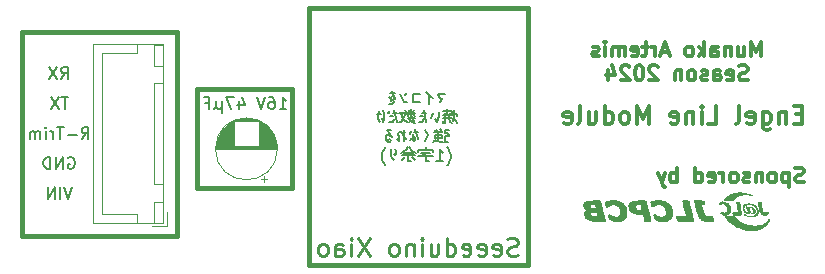
<source format=gbr>
%TF.GenerationSoftware,KiCad,Pcbnew,(6.0.11)*%
%TF.CreationDate,2023-09-02T14:34:40+09:00*%
%TF.ProjectId,line_board,6c696e65-5f62-46f6-9172-642e6b696361,rev?*%
%TF.SameCoordinates,Original*%
%TF.FileFunction,Legend,Bot*%
%TF.FilePolarity,Positive*%
%FSLAX46Y46*%
G04 Gerber Fmt 4.6, Leading zero omitted, Abs format (unit mm)*
G04 Created by KiCad (PCBNEW (6.0.11)) date 2023-09-02 14:34:40*
%MOMM*%
%LPD*%
G01*
G04 APERTURE LIST*
%ADD10C,0.400000*%
%ADD11C,0.200000*%
%ADD12C,0.375000*%
%ADD13C,0.250000*%
%ADD14C,0.300000*%
%ADD15C,0.150000*%
%ADD16C,0.010000*%
%ADD17C,0.120000*%
G04 APERTURE END LIST*
D10*
X161645600Y-63042800D02*
X143103600Y-63042800D01*
X143103600Y-63042800D02*
X143103600Y-84785200D01*
X143103600Y-84785200D02*
X161645600Y-84785200D01*
X161645600Y-84785200D02*
X161645600Y-63042800D01*
X131876800Y-65024000D02*
X118770400Y-65024000D01*
X118770400Y-65024000D02*
X118770400Y-82296000D01*
X118770400Y-82296000D02*
X131876800Y-82296000D01*
X131876800Y-82296000D02*
X131876800Y-65024000D01*
X141605000Y-69850000D02*
X133578600Y-69850000D01*
X133578600Y-69850000D02*
X133578600Y-78232000D01*
X133578600Y-78232000D02*
X141605000Y-78232000D01*
X141605000Y-78232000D02*
X141605000Y-69850000D01*
D11*
X122681904Y-70572380D02*
X122110476Y-70572380D01*
X122396190Y-71572380D02*
X122396190Y-70572380D01*
X121872380Y-70572380D02*
X121205714Y-71572380D01*
X121205714Y-70572380D02*
X121872380Y-71572380D01*
X122681904Y-75700000D02*
X122777142Y-75652380D01*
X122920000Y-75652380D01*
X123062857Y-75700000D01*
X123158095Y-75795238D01*
X123205714Y-75890476D01*
X123253333Y-76080952D01*
X123253333Y-76223809D01*
X123205714Y-76414285D01*
X123158095Y-76509523D01*
X123062857Y-76604761D01*
X122920000Y-76652380D01*
X122824761Y-76652380D01*
X122681904Y-76604761D01*
X122634285Y-76557142D01*
X122634285Y-76223809D01*
X122824761Y-76223809D01*
X122205714Y-76652380D02*
X122205714Y-75652380D01*
X121634285Y-76652380D01*
X121634285Y-75652380D01*
X121158095Y-76652380D02*
X121158095Y-75652380D01*
X120920000Y-75652380D01*
X120777142Y-75700000D01*
X120681904Y-75795238D01*
X120634285Y-75890476D01*
X120586666Y-76080952D01*
X120586666Y-76223809D01*
X120634285Y-76414285D01*
X120681904Y-76509523D01*
X120777142Y-76604761D01*
X120920000Y-76652380D01*
X121158095Y-76652380D01*
X122086666Y-69032380D02*
X122420000Y-68556190D01*
X122658095Y-69032380D02*
X122658095Y-68032380D01*
X122277142Y-68032380D01*
X122181904Y-68080000D01*
X122134285Y-68127619D01*
X122086666Y-68222857D01*
X122086666Y-68365714D01*
X122134285Y-68460952D01*
X122181904Y-68508571D01*
X122277142Y-68556190D01*
X122658095Y-68556190D01*
X121753333Y-68032380D02*
X121086666Y-69032380D01*
X121086666Y-68032380D02*
X121753333Y-69032380D01*
D12*
X184823428Y-72028857D02*
X184323428Y-72028857D01*
X184109142Y-72814571D02*
X184823428Y-72814571D01*
X184823428Y-71314571D01*
X184109142Y-71314571D01*
X183466285Y-71814571D02*
X183466285Y-72814571D01*
X183466285Y-71957428D02*
X183394857Y-71886000D01*
X183252000Y-71814571D01*
X183037714Y-71814571D01*
X182894857Y-71886000D01*
X182823428Y-72028857D01*
X182823428Y-72814571D01*
X181466285Y-71814571D02*
X181466285Y-73028857D01*
X181537714Y-73171714D01*
X181609142Y-73243142D01*
X181752000Y-73314571D01*
X181966285Y-73314571D01*
X182109142Y-73243142D01*
X181466285Y-72743142D02*
X181609142Y-72814571D01*
X181894857Y-72814571D01*
X182037714Y-72743142D01*
X182109142Y-72671714D01*
X182180571Y-72528857D01*
X182180571Y-72100285D01*
X182109142Y-71957428D01*
X182037714Y-71886000D01*
X181894857Y-71814571D01*
X181609142Y-71814571D01*
X181466285Y-71886000D01*
X180180571Y-72743142D02*
X180323428Y-72814571D01*
X180609142Y-72814571D01*
X180752000Y-72743142D01*
X180823428Y-72600285D01*
X180823428Y-72028857D01*
X180752000Y-71886000D01*
X180609142Y-71814571D01*
X180323428Y-71814571D01*
X180180571Y-71886000D01*
X180109142Y-72028857D01*
X180109142Y-72171714D01*
X180823428Y-72314571D01*
X179252000Y-72814571D02*
X179394857Y-72743142D01*
X179466285Y-72600285D01*
X179466285Y-71314571D01*
X176823428Y-72814571D02*
X177537714Y-72814571D01*
X177537714Y-71314571D01*
X176323428Y-72814571D02*
X176323428Y-71814571D01*
X176323428Y-71314571D02*
X176394857Y-71386000D01*
X176323428Y-71457428D01*
X176252000Y-71386000D01*
X176323428Y-71314571D01*
X176323428Y-71457428D01*
X175609142Y-71814571D02*
X175609142Y-72814571D01*
X175609142Y-71957428D02*
X175537714Y-71886000D01*
X175394857Y-71814571D01*
X175180571Y-71814571D01*
X175037714Y-71886000D01*
X174966285Y-72028857D01*
X174966285Y-72814571D01*
X173680571Y-72743142D02*
X173823428Y-72814571D01*
X174109142Y-72814571D01*
X174252000Y-72743142D01*
X174323428Y-72600285D01*
X174323428Y-72028857D01*
X174252000Y-71886000D01*
X174109142Y-71814571D01*
X173823428Y-71814571D01*
X173680571Y-71886000D01*
X173609142Y-72028857D01*
X173609142Y-72171714D01*
X174323428Y-72314571D01*
X171823428Y-72814571D02*
X171823428Y-71314571D01*
X171323428Y-72386000D01*
X170823428Y-71314571D01*
X170823428Y-72814571D01*
X169894857Y-72814571D02*
X170037714Y-72743142D01*
X170109142Y-72671714D01*
X170180571Y-72528857D01*
X170180571Y-72100285D01*
X170109142Y-71957428D01*
X170037714Y-71886000D01*
X169894857Y-71814571D01*
X169680571Y-71814571D01*
X169537714Y-71886000D01*
X169466285Y-71957428D01*
X169394857Y-72100285D01*
X169394857Y-72528857D01*
X169466285Y-72671714D01*
X169537714Y-72743142D01*
X169680571Y-72814571D01*
X169894857Y-72814571D01*
X168109142Y-72814571D02*
X168109142Y-71314571D01*
X168109142Y-72743142D02*
X168252000Y-72814571D01*
X168537714Y-72814571D01*
X168680571Y-72743142D01*
X168752000Y-72671714D01*
X168823428Y-72528857D01*
X168823428Y-72100285D01*
X168752000Y-71957428D01*
X168680571Y-71886000D01*
X168537714Y-71814571D01*
X168252000Y-71814571D01*
X168109142Y-71886000D01*
X166752000Y-71814571D02*
X166752000Y-72814571D01*
X167394857Y-71814571D02*
X167394857Y-72600285D01*
X167323428Y-72743142D01*
X167180571Y-72814571D01*
X166966285Y-72814571D01*
X166823428Y-72743142D01*
X166752000Y-72671714D01*
X165823428Y-72814571D02*
X165966285Y-72743142D01*
X166037714Y-72600285D01*
X166037714Y-71314571D01*
X164680571Y-72743142D02*
X164823428Y-72814571D01*
X165109142Y-72814571D01*
X165252000Y-72743142D01*
X165323428Y-72600285D01*
X165323428Y-72028857D01*
X165252000Y-71886000D01*
X165109142Y-71814571D01*
X164823428Y-71814571D01*
X164680571Y-71886000D01*
X164609142Y-72028857D01*
X164609142Y-72171714D01*
X165323428Y-72314571D01*
D13*
X160726971Y-83919142D02*
X160512685Y-83990571D01*
X160155542Y-83990571D01*
X160012685Y-83919142D01*
X159941257Y-83847714D01*
X159869828Y-83704857D01*
X159869828Y-83562000D01*
X159941257Y-83419142D01*
X160012685Y-83347714D01*
X160155542Y-83276285D01*
X160441257Y-83204857D01*
X160584114Y-83133428D01*
X160655542Y-83062000D01*
X160726971Y-82919142D01*
X160726971Y-82776285D01*
X160655542Y-82633428D01*
X160584114Y-82562000D01*
X160441257Y-82490571D01*
X160084114Y-82490571D01*
X159869828Y-82562000D01*
X158655542Y-83919142D02*
X158798400Y-83990571D01*
X159084114Y-83990571D01*
X159226971Y-83919142D01*
X159298400Y-83776285D01*
X159298400Y-83204857D01*
X159226971Y-83062000D01*
X159084114Y-82990571D01*
X158798400Y-82990571D01*
X158655542Y-83062000D01*
X158584114Y-83204857D01*
X158584114Y-83347714D01*
X159298400Y-83490571D01*
X157369828Y-83919142D02*
X157512685Y-83990571D01*
X157798400Y-83990571D01*
X157941257Y-83919142D01*
X158012685Y-83776285D01*
X158012685Y-83204857D01*
X157941257Y-83062000D01*
X157798400Y-82990571D01*
X157512685Y-82990571D01*
X157369828Y-83062000D01*
X157298400Y-83204857D01*
X157298400Y-83347714D01*
X158012685Y-83490571D01*
X156084114Y-83919142D02*
X156226971Y-83990571D01*
X156512685Y-83990571D01*
X156655542Y-83919142D01*
X156726971Y-83776285D01*
X156726971Y-83204857D01*
X156655542Y-83062000D01*
X156512685Y-82990571D01*
X156226971Y-82990571D01*
X156084114Y-83062000D01*
X156012685Y-83204857D01*
X156012685Y-83347714D01*
X156726971Y-83490571D01*
X154726971Y-83990571D02*
X154726971Y-82490571D01*
X154726971Y-83919142D02*
X154869828Y-83990571D01*
X155155542Y-83990571D01*
X155298400Y-83919142D01*
X155369828Y-83847714D01*
X155441257Y-83704857D01*
X155441257Y-83276285D01*
X155369828Y-83133428D01*
X155298400Y-83062000D01*
X155155542Y-82990571D01*
X154869828Y-82990571D01*
X154726971Y-83062000D01*
X153369828Y-82990571D02*
X153369828Y-83990571D01*
X154012685Y-82990571D02*
X154012685Y-83776285D01*
X153941257Y-83919142D01*
X153798400Y-83990571D01*
X153584114Y-83990571D01*
X153441257Y-83919142D01*
X153369828Y-83847714D01*
X152655542Y-83990571D02*
X152655542Y-82990571D01*
X152655542Y-82490571D02*
X152726971Y-82562000D01*
X152655542Y-82633428D01*
X152584114Y-82562000D01*
X152655542Y-82490571D01*
X152655542Y-82633428D01*
X151941257Y-82990571D02*
X151941257Y-83990571D01*
X151941257Y-83133428D02*
X151869828Y-83062000D01*
X151726971Y-82990571D01*
X151512685Y-82990571D01*
X151369828Y-83062000D01*
X151298400Y-83204857D01*
X151298400Y-83990571D01*
X150369828Y-83990571D02*
X150512685Y-83919142D01*
X150584114Y-83847714D01*
X150655542Y-83704857D01*
X150655542Y-83276285D01*
X150584114Y-83133428D01*
X150512685Y-83062000D01*
X150369828Y-82990571D01*
X150155542Y-82990571D01*
X150012685Y-83062000D01*
X149941257Y-83133428D01*
X149869828Y-83276285D01*
X149869828Y-83704857D01*
X149941257Y-83847714D01*
X150012685Y-83919142D01*
X150155542Y-83990571D01*
X150369828Y-83990571D01*
X148226971Y-82490571D02*
X147226971Y-83990571D01*
X147226971Y-82490571D02*
X148226971Y-83990571D01*
X146655542Y-83990571D02*
X146655542Y-82990571D01*
X146655542Y-82490571D02*
X146726971Y-82562000D01*
X146655542Y-82633428D01*
X146584114Y-82562000D01*
X146655542Y-82490571D01*
X146655542Y-82633428D01*
X145298400Y-83990571D02*
X145298400Y-83204857D01*
X145369828Y-83062000D01*
X145512685Y-82990571D01*
X145798400Y-82990571D01*
X145941257Y-83062000D01*
X145298400Y-83919142D02*
X145441257Y-83990571D01*
X145798400Y-83990571D01*
X145941257Y-83919142D01*
X146012685Y-83776285D01*
X146012685Y-83633428D01*
X145941257Y-83490571D01*
X145798400Y-83419142D01*
X145441257Y-83419142D01*
X145298400Y-83347714D01*
X144369828Y-83990571D02*
X144512685Y-83919142D01*
X144584114Y-83847714D01*
X144655542Y-83704857D01*
X144655542Y-83276285D01*
X144584114Y-83133428D01*
X144512685Y-83062000D01*
X144369828Y-82990571D01*
X144155542Y-82990571D01*
X144012685Y-83062000D01*
X143941257Y-83133428D01*
X143869828Y-83276285D01*
X143869828Y-83704857D01*
X143941257Y-83847714D01*
X144012685Y-83919142D01*
X144155542Y-83990571D01*
X144369828Y-83990571D01*
D11*
X123824761Y-74112380D02*
X124158095Y-73636190D01*
X124396190Y-74112380D02*
X124396190Y-73112380D01*
X124015238Y-73112380D01*
X123920000Y-73160000D01*
X123872380Y-73207619D01*
X123824761Y-73302857D01*
X123824761Y-73445714D01*
X123872380Y-73540952D01*
X123920000Y-73588571D01*
X124015238Y-73636190D01*
X124396190Y-73636190D01*
X123396190Y-73731428D02*
X122634285Y-73731428D01*
X122300952Y-73112380D02*
X121729523Y-73112380D01*
X122015238Y-74112380D02*
X122015238Y-73112380D01*
X121396190Y-74112380D02*
X121396190Y-73445714D01*
X121396190Y-73636190D02*
X121348571Y-73540952D01*
X121300952Y-73493333D01*
X121205714Y-73445714D01*
X121110476Y-73445714D01*
X120777142Y-74112380D02*
X120777142Y-73445714D01*
X120777142Y-73112380D02*
X120824761Y-73160000D01*
X120777142Y-73207619D01*
X120729523Y-73160000D01*
X120777142Y-73112380D01*
X120777142Y-73207619D01*
X120300952Y-74112380D02*
X120300952Y-73445714D01*
X120300952Y-73540952D02*
X120253333Y-73493333D01*
X120158095Y-73445714D01*
X120015238Y-73445714D01*
X119920000Y-73493333D01*
X119872380Y-73588571D01*
X119872380Y-74112380D01*
X119872380Y-73588571D02*
X119824761Y-73493333D01*
X119729523Y-73445714D01*
X119586666Y-73445714D01*
X119491428Y-73493333D01*
X119443809Y-73588571D01*
X119443809Y-74112380D01*
D14*
X184946952Y-77721952D02*
X184768380Y-77781476D01*
X184470761Y-77781476D01*
X184351714Y-77721952D01*
X184292190Y-77662428D01*
X184232666Y-77543380D01*
X184232666Y-77424333D01*
X184292190Y-77305285D01*
X184351714Y-77245761D01*
X184470761Y-77186238D01*
X184708857Y-77126714D01*
X184827904Y-77067190D01*
X184887428Y-77007666D01*
X184946952Y-76888619D01*
X184946952Y-76769571D01*
X184887428Y-76650523D01*
X184827904Y-76591000D01*
X184708857Y-76531476D01*
X184411238Y-76531476D01*
X184232666Y-76591000D01*
X183696952Y-76948142D02*
X183696952Y-78198142D01*
X183696952Y-77007666D02*
X183577904Y-76948142D01*
X183339809Y-76948142D01*
X183220761Y-77007666D01*
X183161238Y-77067190D01*
X183101714Y-77186238D01*
X183101714Y-77543380D01*
X183161238Y-77662428D01*
X183220761Y-77721952D01*
X183339809Y-77781476D01*
X183577904Y-77781476D01*
X183696952Y-77721952D01*
X182387428Y-77781476D02*
X182506476Y-77721952D01*
X182566000Y-77662428D01*
X182625523Y-77543380D01*
X182625523Y-77186238D01*
X182566000Y-77067190D01*
X182506476Y-77007666D01*
X182387428Y-76948142D01*
X182208857Y-76948142D01*
X182089809Y-77007666D01*
X182030285Y-77067190D01*
X181970761Y-77186238D01*
X181970761Y-77543380D01*
X182030285Y-77662428D01*
X182089809Y-77721952D01*
X182208857Y-77781476D01*
X182387428Y-77781476D01*
X181435047Y-76948142D02*
X181435047Y-77781476D01*
X181435047Y-77067190D02*
X181375523Y-77007666D01*
X181256476Y-76948142D01*
X181077904Y-76948142D01*
X180958857Y-77007666D01*
X180899333Y-77126714D01*
X180899333Y-77781476D01*
X180363619Y-77721952D02*
X180244571Y-77781476D01*
X180006476Y-77781476D01*
X179887428Y-77721952D01*
X179827904Y-77602904D01*
X179827904Y-77543380D01*
X179887428Y-77424333D01*
X180006476Y-77364809D01*
X180185047Y-77364809D01*
X180304095Y-77305285D01*
X180363619Y-77186238D01*
X180363619Y-77126714D01*
X180304095Y-77007666D01*
X180185047Y-76948142D01*
X180006476Y-76948142D01*
X179887428Y-77007666D01*
X179113619Y-77781476D02*
X179232666Y-77721952D01*
X179292190Y-77662428D01*
X179351714Y-77543380D01*
X179351714Y-77186238D01*
X179292190Y-77067190D01*
X179232666Y-77007666D01*
X179113619Y-76948142D01*
X178935047Y-76948142D01*
X178816000Y-77007666D01*
X178756476Y-77067190D01*
X178696952Y-77186238D01*
X178696952Y-77543380D01*
X178756476Y-77662428D01*
X178816000Y-77721952D01*
X178935047Y-77781476D01*
X179113619Y-77781476D01*
X178161238Y-77781476D02*
X178161238Y-76948142D01*
X178161238Y-77186238D02*
X178101714Y-77067190D01*
X178042190Y-77007666D01*
X177923142Y-76948142D01*
X177804095Y-76948142D01*
X176911238Y-77721952D02*
X177030285Y-77781476D01*
X177268380Y-77781476D01*
X177387428Y-77721952D01*
X177446952Y-77602904D01*
X177446952Y-77126714D01*
X177387428Y-77007666D01*
X177268380Y-76948142D01*
X177030285Y-76948142D01*
X176911238Y-77007666D01*
X176851714Y-77126714D01*
X176851714Y-77245761D01*
X177446952Y-77364809D01*
X175780285Y-77781476D02*
X175780285Y-76531476D01*
X175780285Y-77721952D02*
X175899333Y-77781476D01*
X176137428Y-77781476D01*
X176256476Y-77721952D01*
X176316000Y-77662428D01*
X176375523Y-77543380D01*
X176375523Y-77186238D01*
X176316000Y-77067190D01*
X176256476Y-77007666D01*
X176137428Y-76948142D01*
X175899333Y-76948142D01*
X175780285Y-77007666D01*
X174232666Y-77781476D02*
X174232666Y-76531476D01*
X174232666Y-77007666D02*
X174113619Y-76948142D01*
X173875523Y-76948142D01*
X173756476Y-77007666D01*
X173696952Y-77067190D01*
X173637428Y-77186238D01*
X173637428Y-77543380D01*
X173696952Y-77662428D01*
X173756476Y-77721952D01*
X173875523Y-77781476D01*
X174113619Y-77781476D01*
X174232666Y-77721952D01*
X173220761Y-76948142D02*
X172923142Y-77781476D01*
X172625523Y-76948142D02*
X172923142Y-77781476D01*
X173042190Y-78079095D01*
X173101714Y-78138619D01*
X173220761Y-78198142D01*
X181357095Y-67123226D02*
X181357095Y-65873226D01*
X180940428Y-66766083D01*
X180523761Y-65873226D01*
X180523761Y-67123226D01*
X179392809Y-66289892D02*
X179392809Y-67123226D01*
X179928523Y-66289892D02*
X179928523Y-66944654D01*
X179869000Y-67063702D01*
X179749952Y-67123226D01*
X179571380Y-67123226D01*
X179452333Y-67063702D01*
X179392809Y-67004178D01*
X178797571Y-66289892D02*
X178797571Y-67123226D01*
X178797571Y-66408940D02*
X178738047Y-66349416D01*
X178619000Y-66289892D01*
X178440428Y-66289892D01*
X178321380Y-66349416D01*
X178261857Y-66468464D01*
X178261857Y-67123226D01*
X177130904Y-67123226D02*
X177130904Y-66468464D01*
X177190428Y-66349416D01*
X177309476Y-66289892D01*
X177547571Y-66289892D01*
X177666619Y-66349416D01*
X177130904Y-67063702D02*
X177249952Y-67123226D01*
X177547571Y-67123226D01*
X177666619Y-67063702D01*
X177726142Y-66944654D01*
X177726142Y-66825607D01*
X177666619Y-66706559D01*
X177547571Y-66647035D01*
X177249952Y-66647035D01*
X177130904Y-66587511D01*
X176535666Y-67123226D02*
X176535666Y-65873226D01*
X176416619Y-66647035D02*
X176059476Y-67123226D01*
X176059476Y-66289892D02*
X176535666Y-66766083D01*
X175345190Y-67123226D02*
X175464238Y-67063702D01*
X175523761Y-67004178D01*
X175583285Y-66885130D01*
X175583285Y-66527988D01*
X175523761Y-66408940D01*
X175464238Y-66349416D01*
X175345190Y-66289892D01*
X175166619Y-66289892D01*
X175047571Y-66349416D01*
X174988047Y-66408940D01*
X174928523Y-66527988D01*
X174928523Y-66885130D01*
X174988047Y-67004178D01*
X175047571Y-67063702D01*
X175166619Y-67123226D01*
X175345190Y-67123226D01*
X173499952Y-66766083D02*
X172904714Y-66766083D01*
X173619000Y-67123226D02*
X173202333Y-65873226D01*
X172785666Y-67123226D01*
X172369000Y-67123226D02*
X172369000Y-66289892D01*
X172369000Y-66527988D02*
X172309476Y-66408940D01*
X172249952Y-66349416D01*
X172130904Y-66289892D01*
X172011857Y-66289892D01*
X171773761Y-66289892D02*
X171297571Y-66289892D01*
X171595190Y-65873226D02*
X171595190Y-66944654D01*
X171535666Y-67063702D01*
X171416619Y-67123226D01*
X171297571Y-67123226D01*
X170404714Y-67063702D02*
X170523761Y-67123226D01*
X170761857Y-67123226D01*
X170880904Y-67063702D01*
X170940428Y-66944654D01*
X170940428Y-66468464D01*
X170880904Y-66349416D01*
X170761857Y-66289892D01*
X170523761Y-66289892D01*
X170404714Y-66349416D01*
X170345190Y-66468464D01*
X170345190Y-66587511D01*
X170940428Y-66706559D01*
X169809476Y-67123226D02*
X169809476Y-66289892D01*
X169809476Y-66408940D02*
X169749952Y-66349416D01*
X169630904Y-66289892D01*
X169452333Y-66289892D01*
X169333285Y-66349416D01*
X169273761Y-66468464D01*
X169273761Y-67123226D01*
X169273761Y-66468464D02*
X169214238Y-66349416D01*
X169095190Y-66289892D01*
X168916619Y-66289892D01*
X168797571Y-66349416D01*
X168738047Y-66468464D01*
X168738047Y-67123226D01*
X168142809Y-67123226D02*
X168142809Y-66289892D01*
X168142809Y-65873226D02*
X168202333Y-65932750D01*
X168142809Y-65992273D01*
X168083285Y-65932750D01*
X168142809Y-65873226D01*
X168142809Y-65992273D01*
X167607095Y-67063702D02*
X167488047Y-67123226D01*
X167249952Y-67123226D01*
X167130904Y-67063702D01*
X167071380Y-66944654D01*
X167071380Y-66885130D01*
X167130904Y-66766083D01*
X167249952Y-66706559D01*
X167428523Y-66706559D01*
X167547571Y-66647035D01*
X167607095Y-66527988D01*
X167607095Y-66468464D01*
X167547571Y-66349416D01*
X167428523Y-66289892D01*
X167249952Y-66289892D01*
X167130904Y-66349416D01*
X180196380Y-69076202D02*
X180017809Y-69135726D01*
X179720190Y-69135726D01*
X179601142Y-69076202D01*
X179541619Y-69016678D01*
X179482095Y-68897630D01*
X179482095Y-68778583D01*
X179541619Y-68659535D01*
X179601142Y-68600011D01*
X179720190Y-68540488D01*
X179958285Y-68480964D01*
X180077333Y-68421440D01*
X180136857Y-68361916D01*
X180196380Y-68242869D01*
X180196380Y-68123821D01*
X180136857Y-68004773D01*
X180077333Y-67945250D01*
X179958285Y-67885726D01*
X179660666Y-67885726D01*
X179482095Y-67945250D01*
X178470190Y-69076202D02*
X178589238Y-69135726D01*
X178827333Y-69135726D01*
X178946380Y-69076202D01*
X179005904Y-68957154D01*
X179005904Y-68480964D01*
X178946380Y-68361916D01*
X178827333Y-68302392D01*
X178589238Y-68302392D01*
X178470190Y-68361916D01*
X178410666Y-68480964D01*
X178410666Y-68600011D01*
X179005904Y-68719059D01*
X177339238Y-69135726D02*
X177339238Y-68480964D01*
X177398761Y-68361916D01*
X177517809Y-68302392D01*
X177755904Y-68302392D01*
X177874952Y-68361916D01*
X177339238Y-69076202D02*
X177458285Y-69135726D01*
X177755904Y-69135726D01*
X177874952Y-69076202D01*
X177934476Y-68957154D01*
X177934476Y-68838107D01*
X177874952Y-68719059D01*
X177755904Y-68659535D01*
X177458285Y-68659535D01*
X177339238Y-68600011D01*
X176803523Y-69076202D02*
X176684476Y-69135726D01*
X176446380Y-69135726D01*
X176327333Y-69076202D01*
X176267809Y-68957154D01*
X176267809Y-68897630D01*
X176327333Y-68778583D01*
X176446380Y-68719059D01*
X176624952Y-68719059D01*
X176744000Y-68659535D01*
X176803523Y-68540488D01*
X176803523Y-68480964D01*
X176744000Y-68361916D01*
X176624952Y-68302392D01*
X176446380Y-68302392D01*
X176327333Y-68361916D01*
X175553523Y-69135726D02*
X175672571Y-69076202D01*
X175732095Y-69016678D01*
X175791619Y-68897630D01*
X175791619Y-68540488D01*
X175732095Y-68421440D01*
X175672571Y-68361916D01*
X175553523Y-68302392D01*
X175374952Y-68302392D01*
X175255904Y-68361916D01*
X175196380Y-68421440D01*
X175136857Y-68540488D01*
X175136857Y-68897630D01*
X175196380Y-69016678D01*
X175255904Y-69076202D01*
X175374952Y-69135726D01*
X175553523Y-69135726D01*
X174601142Y-68302392D02*
X174601142Y-69135726D01*
X174601142Y-68421440D02*
X174541619Y-68361916D01*
X174422571Y-68302392D01*
X174244000Y-68302392D01*
X174124952Y-68361916D01*
X174065428Y-68480964D01*
X174065428Y-69135726D01*
X172577333Y-68004773D02*
X172517809Y-67945250D01*
X172398761Y-67885726D01*
X172101142Y-67885726D01*
X171982095Y-67945250D01*
X171922571Y-68004773D01*
X171863047Y-68123821D01*
X171863047Y-68242869D01*
X171922571Y-68421440D01*
X172636857Y-69135726D01*
X171863047Y-69135726D01*
X171089238Y-67885726D02*
X170970190Y-67885726D01*
X170851142Y-67945250D01*
X170791619Y-68004773D01*
X170732095Y-68123821D01*
X170672571Y-68361916D01*
X170672571Y-68659535D01*
X170732095Y-68897630D01*
X170791619Y-69016678D01*
X170851142Y-69076202D01*
X170970190Y-69135726D01*
X171089238Y-69135726D01*
X171208285Y-69076202D01*
X171267809Y-69016678D01*
X171327333Y-68897630D01*
X171386857Y-68659535D01*
X171386857Y-68361916D01*
X171327333Y-68123821D01*
X171267809Y-68004773D01*
X171208285Y-67945250D01*
X171089238Y-67885726D01*
X170196380Y-68004773D02*
X170136857Y-67945250D01*
X170017809Y-67885726D01*
X169720190Y-67885726D01*
X169601142Y-67945250D01*
X169541619Y-68004773D01*
X169482095Y-68123821D01*
X169482095Y-68242869D01*
X169541619Y-68421440D01*
X170255904Y-69135726D01*
X169482095Y-69135726D01*
X168410666Y-68302392D02*
X168410666Y-69135726D01*
X168708285Y-67826202D02*
X169005904Y-68719059D01*
X168232095Y-68719059D01*
D11*
X140572761Y-71572380D02*
X141144190Y-71572380D01*
X140858476Y-71572380D02*
X140858476Y-70572380D01*
X140953714Y-70715238D01*
X141048952Y-70810476D01*
X141144190Y-70858095D01*
X139715619Y-70572380D02*
X139906095Y-70572380D01*
X140001333Y-70620000D01*
X140048952Y-70667619D01*
X140144190Y-70810476D01*
X140191809Y-71000952D01*
X140191809Y-71381904D01*
X140144190Y-71477142D01*
X140096571Y-71524761D01*
X140001333Y-71572380D01*
X139810857Y-71572380D01*
X139715619Y-71524761D01*
X139668000Y-71477142D01*
X139620380Y-71381904D01*
X139620380Y-71143809D01*
X139668000Y-71048571D01*
X139715619Y-71000952D01*
X139810857Y-70953333D01*
X140001333Y-70953333D01*
X140096571Y-71000952D01*
X140144190Y-71048571D01*
X140191809Y-71143809D01*
X139334666Y-70572380D02*
X139001333Y-71572380D01*
X138668000Y-70572380D01*
X137144190Y-70905714D02*
X137144190Y-71572380D01*
X137382285Y-70524761D02*
X137620380Y-71239047D01*
X137001333Y-71239047D01*
X136715619Y-70572380D02*
X136048952Y-70572380D01*
X136477523Y-71572380D01*
X135668000Y-70905714D02*
X135668000Y-71905714D01*
X135191809Y-71429523D02*
X135144190Y-71524761D01*
X135048952Y-71572380D01*
X135668000Y-71429523D02*
X135620380Y-71524761D01*
X135525142Y-71572380D01*
X135334666Y-71572380D01*
X135239428Y-71524761D01*
X135191809Y-71429523D01*
X135191809Y-70905714D01*
X134287047Y-71048571D02*
X134620380Y-71048571D01*
X134620380Y-71572380D02*
X134620380Y-70572380D01*
X134144190Y-70572380D01*
X123015238Y-78192380D02*
X122681904Y-79192380D01*
X122348571Y-78192380D01*
X122015238Y-79192380D02*
X122015238Y-78192380D01*
X121539047Y-79192380D02*
X121539047Y-78192380D01*
X120967619Y-79192380D01*
X120967619Y-78192380D01*
D15*
X154574571Y-70329057D02*
X153955523Y-70329057D01*
X154050761Y-70519533D01*
X154146000Y-70662390D01*
X154241238Y-70757628D01*
X154431714Y-70614771D02*
X154288857Y-70757628D01*
X154241238Y-70852866D01*
X154146000Y-70995723D01*
X153193619Y-70424295D02*
X153193619Y-71138580D01*
X152955523Y-70090961D02*
X153050761Y-70233819D01*
X153193619Y-70424295D01*
X153384095Y-70567152D01*
X153526952Y-70662390D01*
X152431714Y-70281438D02*
X151860285Y-70281438D01*
X151860285Y-70948104D01*
X152431714Y-70948104D01*
X151384095Y-70233819D02*
X151193619Y-70424295D01*
X151384095Y-70995723D02*
X151146000Y-70948104D01*
X151003142Y-70805247D01*
X150907904Y-70662390D01*
X150812666Y-70329057D01*
X150336476Y-70233819D02*
X149907904Y-70233819D01*
X150098380Y-70043342D02*
X150336476Y-70757628D01*
X150146000Y-70471914D01*
X150050761Y-70567152D01*
X150003142Y-70852866D01*
X149812666Y-70519533D02*
X150241238Y-70852866D01*
X150241238Y-70995723D01*
X150098380Y-71138580D01*
X149860285Y-71138580D01*
X155146000Y-71748580D02*
X154431714Y-71748580D01*
X155193619Y-72081914D02*
X154384095Y-72081914D01*
X155193619Y-72320009D02*
X154384095Y-72320009D01*
X154622190Y-72748580D02*
X154384095Y-72748580D01*
X154765047Y-71605723D02*
X154765047Y-71939057D01*
X154622190Y-72320009D02*
X154622190Y-72748580D01*
X154574571Y-71891438D02*
X154574571Y-72320009D01*
X154384095Y-72605723D02*
X154384095Y-72748580D01*
X155193619Y-71843819D02*
X155288857Y-72081914D01*
X155003142Y-72653342D02*
X155193619Y-72748580D01*
X155526952Y-71891438D02*
X155622190Y-72177152D01*
X155003142Y-71891438D02*
X154955523Y-72320009D01*
X155003142Y-72653342D01*
X155384095Y-71653342D02*
X155384095Y-72367628D01*
X155574571Y-72748580D01*
X155384095Y-72367628D02*
X155241238Y-72558104D01*
X153574571Y-71939057D02*
X153479333Y-72129533D01*
X153431714Y-72367628D01*
X154050761Y-71843819D02*
X154050761Y-72177152D01*
X154003142Y-72415247D01*
X153907904Y-72700961D01*
X153765047Y-72415247D01*
X153003142Y-71891438D02*
X152669809Y-71891438D01*
X152765047Y-71653342D02*
X153003142Y-72653342D01*
X152717428Y-72129533D02*
X152431714Y-72129533D01*
X152765047Y-72367628D02*
X152717428Y-72558104D01*
X152622190Y-72653342D01*
X152384095Y-72653342D01*
X152050761Y-71891438D02*
X151431714Y-71891438D01*
X152050761Y-72320009D02*
X151431714Y-72320009D01*
X151717428Y-71605723D02*
X151717428Y-72177152D01*
X151955523Y-71653342D02*
X151907904Y-71796200D01*
X151717428Y-71891438D02*
X152003142Y-72129533D01*
X151526952Y-71653342D02*
X151574571Y-71796200D01*
X151717428Y-71939057D02*
X151479333Y-72081914D01*
X151955523Y-72510485D02*
X151526952Y-72700961D01*
X151812666Y-72177152D02*
X151955523Y-72558104D01*
X151241238Y-71748580D02*
X151431714Y-72177152D01*
X151574571Y-72320009D02*
X151622190Y-72558104D01*
X151765047Y-72653342D01*
X152003142Y-72748580D01*
X151288857Y-71891438D02*
X150717428Y-71891438D01*
X151193619Y-71653342D02*
X151431714Y-72129533D01*
X151288857Y-71891438D02*
X151050761Y-72415247D01*
X150860285Y-72653342D01*
X150669809Y-72700961D01*
X150860285Y-71891438D02*
X151003142Y-72415247D01*
X151193619Y-72605723D01*
X151431714Y-72700961D01*
X150479333Y-71891438D02*
X150146000Y-71891438D01*
X150241238Y-71653342D02*
X150479333Y-72653342D01*
X150193619Y-72129533D02*
X149907904Y-72129533D01*
X150241238Y-72415247D02*
X150146000Y-72653342D01*
X149860285Y-72653342D01*
X149955523Y-71796200D02*
X149860285Y-71939057D01*
X149812666Y-71748580D02*
X149717428Y-71891438D01*
X149146000Y-72034295D02*
X148812666Y-72034295D01*
X149336476Y-71653342D02*
X149384095Y-71986676D01*
X149384095Y-72320009D01*
X149384095Y-72510485D01*
X149336476Y-72653342D01*
X149241238Y-72367628D01*
X148955523Y-71700961D02*
X148907904Y-72081914D01*
X148907904Y-72367628D01*
X148955523Y-72558104D01*
X149050761Y-72700961D01*
X154836476Y-73596676D02*
X154550761Y-73596676D01*
X154360285Y-74025247D02*
X153741238Y-74025247D01*
X154836476Y-74358580D02*
X154598380Y-74358580D01*
X154884095Y-73310961D02*
X154550761Y-73310961D01*
X154550761Y-73596676D01*
X154360285Y-73739533D02*
X154360285Y-74025247D01*
X154360285Y-73739533D02*
X153741238Y-73739533D01*
X153741238Y-74025247D01*
X153788857Y-74168104D02*
X153598380Y-74358580D01*
X153884095Y-73358580D02*
X153693619Y-73549057D01*
X154836476Y-73596676D02*
X154884095Y-73882390D01*
X154550761Y-73834771D01*
X154550761Y-74072866D01*
X154598380Y-74358580D01*
X154407904Y-74358580D02*
X153741238Y-74263342D01*
X154169809Y-73263342D02*
X154312666Y-73549057D01*
X153741238Y-73549057D01*
X154026952Y-73549057D02*
X154026952Y-74310961D01*
X152884095Y-73310961D02*
X153122190Y-73787152D01*
X152884095Y-74310961D01*
X152265047Y-73501438D02*
X151979333Y-73501438D01*
X152074571Y-73263342D02*
X152265047Y-74072866D01*
X151741238Y-73453819D02*
X151598380Y-73644295D01*
X151836476Y-73644295D02*
X151836476Y-74215723D01*
X151931714Y-74263342D01*
X152074571Y-74215723D01*
X152074571Y-74025247D01*
X151931714Y-73977628D01*
X151646000Y-74215723D01*
X151074571Y-73310961D02*
X151074571Y-74310961D01*
X151217428Y-73549057D02*
X151026952Y-73501438D01*
X151074571Y-73549057D01*
X151265047Y-74120485D02*
X150836476Y-73501438D01*
X150693619Y-73501438D01*
X150646000Y-73644295D01*
X150693619Y-73977628D01*
X150693619Y-74263342D01*
X150550761Y-74072866D01*
X150026952Y-73358580D02*
X149646000Y-73310961D01*
X150074571Y-73977628D01*
X149836476Y-73787152D01*
X149598380Y-73787152D01*
X149550761Y-73930009D01*
X149550761Y-74168104D01*
X149741238Y-74358580D01*
X149931714Y-74358580D01*
X149979333Y-74168104D01*
X149884095Y-74072866D01*
X149693619Y-74263342D01*
X154765047Y-76349533D02*
X154812666Y-76301914D01*
X154907904Y-76159057D01*
X154955523Y-76063819D01*
X155003142Y-75920961D01*
X155050761Y-75682866D01*
X155050761Y-75492390D01*
X155003142Y-75254295D01*
X154955523Y-75111438D01*
X154907904Y-75016200D01*
X154812666Y-74873342D01*
X154765047Y-74825723D01*
X153860285Y-75968580D02*
X154431714Y-75968580D01*
X154146000Y-75968580D02*
X154146000Y-74968580D01*
X154241238Y-75111438D01*
X154336476Y-75206676D01*
X154431714Y-75254295D01*
X153574571Y-75540009D02*
X152336476Y-75540009D01*
X153574571Y-75016200D02*
X153574571Y-75206676D01*
X152955523Y-74825723D02*
X152955523Y-75016200D01*
X153574571Y-75016200D02*
X152336476Y-75016200D01*
X152336476Y-75206676D01*
X153336476Y-75254295D02*
X152574571Y-75254295D01*
X152955523Y-75444771D01*
X152955523Y-75968580D01*
X153193619Y-75968580D01*
X151860285Y-75254295D02*
X151146000Y-75254295D01*
X152050761Y-75492390D02*
X150907904Y-75492390D01*
X151717428Y-75968580D02*
X151479333Y-75968580D01*
X151479333Y-75254295D02*
X151479333Y-75968580D01*
X151193619Y-75635247D02*
X150907904Y-75920961D01*
X151812666Y-75635247D02*
X152050761Y-75920961D01*
X151479333Y-74825723D02*
X151241238Y-75063819D01*
X150860285Y-75254295D01*
X151526952Y-74825723D02*
X151765047Y-75111438D01*
X152098380Y-75254295D01*
X150050761Y-74920961D02*
X150050761Y-75540009D01*
X150098380Y-75730485D01*
X150288857Y-75920961D01*
X150384095Y-74920961D02*
X150431714Y-75159057D01*
X150431714Y-75349533D01*
X150384095Y-75492390D01*
X150288857Y-75349533D01*
X149526952Y-76349533D02*
X149479333Y-76301914D01*
X149384095Y-76159057D01*
X149336476Y-76063819D01*
X149288857Y-75920961D01*
X149241238Y-75682866D01*
X149241238Y-75492390D01*
X149288857Y-75254295D01*
X149336476Y-75111438D01*
X149384095Y-75016200D01*
X149479333Y-74873342D01*
X149526952Y-74825723D01*
%TO.C,G\u002A\u002A\u002A*%
G36*
X180090223Y-80521688D02*
G01*
X180107166Y-80549750D01*
X180103479Y-80564557D01*
X180075416Y-80581500D01*
X180060610Y-80577812D01*
X180043666Y-80549750D01*
X180047354Y-80534943D01*
X180075416Y-80518000D01*
X180090223Y-80521688D01*
G37*
D16*
X180090223Y-80521688D02*
X180107166Y-80549750D01*
X180103479Y-80564557D01*
X180075416Y-80581500D01*
X180060610Y-80577812D01*
X180043666Y-80549750D01*
X180047354Y-80534943D01*
X180075416Y-80518000D01*
X180090223Y-80521688D01*
G36*
X180788522Y-79716055D02*
G01*
X180805666Y-79734833D01*
X180809249Y-79744570D01*
X180837416Y-79756000D01*
X180852223Y-79759688D01*
X180869166Y-79787750D01*
X180872854Y-79802557D01*
X180900916Y-79819500D01*
X180923200Y-79832587D01*
X180932666Y-79883000D01*
X180939210Y-79927568D01*
X180964416Y-79946500D01*
X180986700Y-79959587D01*
X180996166Y-80010000D01*
X181002710Y-80054568D01*
X181027916Y-80073500D01*
X181040105Y-80077137D01*
X181051993Y-80099361D01*
X181058003Y-80148514D01*
X181059666Y-80232250D01*
X181058939Y-80293190D01*
X181054494Y-80352633D01*
X181044664Y-80382684D01*
X181027916Y-80391000D01*
X181005633Y-80404087D01*
X180996166Y-80454500D01*
X180989623Y-80499068D01*
X180964416Y-80518000D01*
X180949610Y-80521688D01*
X180932666Y-80549750D01*
X180919580Y-80572034D01*
X180869166Y-80581500D01*
X180824599Y-80588043D01*
X180805666Y-80613250D01*
X180803942Y-80620795D01*
X180790127Y-80631078D01*
X180757526Y-80638051D01*
X180700255Y-80642304D01*
X180612430Y-80644424D01*
X180488166Y-80645000D01*
X180479649Y-80644997D01*
X180354584Y-80644117D01*
X180266340Y-80641339D01*
X180209730Y-80636205D01*
X180179568Y-80628259D01*
X180170666Y-80617044D01*
X180175970Y-80606056D01*
X180202833Y-80597500D01*
X180258423Y-80595202D01*
X180349402Y-80598470D01*
X180417470Y-80601116D01*
X180539354Y-80601073D01*
X180645816Y-80595006D01*
X180730155Y-80583656D01*
X180785672Y-80567762D01*
X180805666Y-80548065D01*
X180809335Y-80534079D01*
X180837416Y-80518000D01*
X180852223Y-80514312D01*
X180869166Y-80486250D01*
X180872854Y-80471443D01*
X180900916Y-80454500D01*
X180915723Y-80450812D01*
X180932666Y-80422750D01*
X180936354Y-80407943D01*
X180964416Y-80391000D01*
X180976605Y-80387363D01*
X180988493Y-80365139D01*
X180994503Y-80315986D01*
X180996166Y-80232250D01*
X180995439Y-80171309D01*
X180990994Y-80111867D01*
X180981164Y-80081816D01*
X180964416Y-80073500D01*
X180942133Y-80060413D01*
X180932666Y-80010000D01*
X180926123Y-79965432D01*
X180900916Y-79946500D01*
X180878633Y-79933413D01*
X180869166Y-79883000D01*
X180862623Y-79838432D01*
X180837416Y-79819500D01*
X180822610Y-79815812D01*
X180805666Y-79787750D01*
X180801979Y-79772943D01*
X180773916Y-79756000D01*
X180759311Y-79753612D01*
X180742166Y-79734833D01*
X180745749Y-79725096D01*
X180773916Y-79713667D01*
X180788522Y-79716055D01*
G37*
X180788522Y-79716055D02*
X180805666Y-79734833D01*
X180809249Y-79744570D01*
X180837416Y-79756000D01*
X180852223Y-79759688D01*
X180869166Y-79787750D01*
X180872854Y-79802557D01*
X180900916Y-79819500D01*
X180923200Y-79832587D01*
X180932666Y-79883000D01*
X180939210Y-79927568D01*
X180964416Y-79946500D01*
X180986700Y-79959587D01*
X180996166Y-80010000D01*
X181002710Y-80054568D01*
X181027916Y-80073500D01*
X181040105Y-80077137D01*
X181051993Y-80099361D01*
X181058003Y-80148514D01*
X181059666Y-80232250D01*
X181058939Y-80293190D01*
X181054494Y-80352633D01*
X181044664Y-80382684D01*
X181027916Y-80391000D01*
X181005633Y-80404087D01*
X180996166Y-80454500D01*
X180989623Y-80499068D01*
X180964416Y-80518000D01*
X180949610Y-80521688D01*
X180932666Y-80549750D01*
X180919580Y-80572034D01*
X180869166Y-80581500D01*
X180824599Y-80588043D01*
X180805666Y-80613250D01*
X180803942Y-80620795D01*
X180790127Y-80631078D01*
X180757526Y-80638051D01*
X180700255Y-80642304D01*
X180612430Y-80644424D01*
X180488166Y-80645000D01*
X180479649Y-80644997D01*
X180354584Y-80644117D01*
X180266340Y-80641339D01*
X180209730Y-80636205D01*
X180179568Y-80628259D01*
X180170666Y-80617044D01*
X180175970Y-80606056D01*
X180202833Y-80597500D01*
X180258423Y-80595202D01*
X180349402Y-80598470D01*
X180417470Y-80601116D01*
X180539354Y-80601073D01*
X180645816Y-80595006D01*
X180730155Y-80583656D01*
X180785672Y-80567762D01*
X180805666Y-80548065D01*
X180809335Y-80534079D01*
X180837416Y-80518000D01*
X180852223Y-80514312D01*
X180869166Y-80486250D01*
X180872854Y-80471443D01*
X180900916Y-80454500D01*
X180915723Y-80450812D01*
X180932666Y-80422750D01*
X180936354Y-80407943D01*
X180964416Y-80391000D01*
X180976605Y-80387363D01*
X180988493Y-80365139D01*
X180994503Y-80315986D01*
X180996166Y-80232250D01*
X180995439Y-80171309D01*
X180990994Y-80111867D01*
X180981164Y-80081816D01*
X180964416Y-80073500D01*
X180942133Y-80060413D01*
X180932666Y-80010000D01*
X180926123Y-79965432D01*
X180900916Y-79946500D01*
X180878633Y-79933413D01*
X180869166Y-79883000D01*
X180862623Y-79838432D01*
X180837416Y-79819500D01*
X180822610Y-79815812D01*
X180805666Y-79787750D01*
X180801979Y-79772943D01*
X180773916Y-79756000D01*
X180759311Y-79753612D01*
X180742166Y-79734833D01*
X180745749Y-79725096D01*
X180773916Y-79713667D01*
X180788522Y-79716055D01*
G36*
X175045384Y-79314196D02*
G01*
X175122269Y-79318316D01*
X175170041Y-79324841D01*
X175185308Y-79329890D01*
X175206187Y-79347511D01*
X175215522Y-79384204D01*
X175217666Y-79451552D01*
X175220249Y-79517637D01*
X175230089Y-79554862D01*
X175249416Y-79565500D01*
X175253242Y-79565750D01*
X175270084Y-79579164D01*
X175278728Y-79618757D01*
X175281166Y-79692500D01*
X175281229Y-79707802D01*
X175284583Y-79775171D01*
X175294481Y-79809746D01*
X175312916Y-79819500D01*
X175316742Y-79819750D01*
X175333584Y-79833164D01*
X175342228Y-79872757D01*
X175344666Y-79946500D01*
X175344729Y-79961802D01*
X175348083Y-80029171D01*
X175357981Y-80063746D01*
X175376416Y-80073500D01*
X175380242Y-80073750D01*
X175397084Y-80087164D01*
X175405728Y-80126757D01*
X175408166Y-80200500D01*
X175408229Y-80215802D01*
X175411583Y-80283171D01*
X175421481Y-80317746D01*
X175439916Y-80327500D01*
X175443742Y-80327750D01*
X175460584Y-80341164D01*
X175469228Y-80380757D01*
X175471666Y-80454500D01*
X175471729Y-80469802D01*
X175475083Y-80537171D01*
X175484981Y-80571746D01*
X175503416Y-80581500D01*
X175507242Y-80581750D01*
X175524084Y-80595164D01*
X175532728Y-80634757D01*
X175535166Y-80708500D01*
X175535229Y-80723802D01*
X175538583Y-80791171D01*
X175548481Y-80825746D01*
X175566916Y-80835500D01*
X175580383Y-80839373D01*
X175594511Y-80867969D01*
X175598666Y-80930750D01*
X175598666Y-81026000D01*
X174931916Y-81026000D01*
X174864168Y-81025978D01*
X174689767Y-81025597D01*
X174552132Y-81024588D01*
X174447096Y-81022753D01*
X174370496Y-81019895D01*
X174318168Y-81015813D01*
X174285946Y-81010311D01*
X174269667Y-81003189D01*
X174265166Y-80994250D01*
X174261479Y-80979443D01*
X174233416Y-80962500D01*
X174219950Y-80958627D01*
X174205822Y-80930030D01*
X174201666Y-80867250D01*
X174200376Y-80826851D01*
X174190843Y-80784465D01*
X174169916Y-80772000D01*
X174149207Y-80761643D01*
X174138166Y-80719083D01*
X174138166Y-80666167D01*
X174963666Y-80666167D01*
X174963666Y-80528583D01*
X174963434Y-80497359D01*
X174959624Y-80433005D01*
X174949726Y-80400185D01*
X174931916Y-80391000D01*
X174928091Y-80390749D01*
X174911249Y-80377335D01*
X174902605Y-80337743D01*
X174900166Y-80264000D01*
X174900104Y-80248698D01*
X174896750Y-80181328D01*
X174886852Y-80146753D01*
X174868416Y-80137000D01*
X174864591Y-80136749D01*
X174847749Y-80123335D01*
X174839105Y-80083743D01*
X174836666Y-80010000D01*
X174836604Y-79994698D01*
X174833250Y-79927328D01*
X174823352Y-79892753D01*
X174804916Y-79883000D01*
X174801091Y-79882749D01*
X174784249Y-79869335D01*
X174775605Y-79829743D01*
X174773166Y-79756000D01*
X174773104Y-79740698D01*
X174769750Y-79673328D01*
X174759852Y-79638753D01*
X174741416Y-79629000D01*
X174737591Y-79628749D01*
X174720749Y-79615335D01*
X174712105Y-79575743D01*
X174709666Y-79502000D01*
X174709604Y-79486698D01*
X174706250Y-79419328D01*
X174696352Y-79384753D01*
X174677916Y-79375000D01*
X174671247Y-79374755D01*
X174647541Y-79363436D01*
X174656214Y-79343137D01*
X174693791Y-79324841D01*
X174709776Y-79321762D01*
X174771583Y-79316264D01*
X174856888Y-79313170D01*
X174952539Y-79312481D01*
X175045384Y-79314196D01*
G37*
X175045384Y-79314196D02*
X175122269Y-79318316D01*
X175170041Y-79324841D01*
X175185308Y-79329890D01*
X175206187Y-79347511D01*
X175215522Y-79384204D01*
X175217666Y-79451552D01*
X175220249Y-79517637D01*
X175230089Y-79554862D01*
X175249416Y-79565500D01*
X175253242Y-79565750D01*
X175270084Y-79579164D01*
X175278728Y-79618757D01*
X175281166Y-79692500D01*
X175281229Y-79707802D01*
X175284583Y-79775171D01*
X175294481Y-79809746D01*
X175312916Y-79819500D01*
X175316742Y-79819750D01*
X175333584Y-79833164D01*
X175342228Y-79872757D01*
X175344666Y-79946500D01*
X175344729Y-79961802D01*
X175348083Y-80029171D01*
X175357981Y-80063746D01*
X175376416Y-80073500D01*
X175380242Y-80073750D01*
X175397084Y-80087164D01*
X175405728Y-80126757D01*
X175408166Y-80200500D01*
X175408229Y-80215802D01*
X175411583Y-80283171D01*
X175421481Y-80317746D01*
X175439916Y-80327500D01*
X175443742Y-80327750D01*
X175460584Y-80341164D01*
X175469228Y-80380757D01*
X175471666Y-80454500D01*
X175471729Y-80469802D01*
X175475083Y-80537171D01*
X175484981Y-80571746D01*
X175503416Y-80581500D01*
X175507242Y-80581750D01*
X175524084Y-80595164D01*
X175532728Y-80634757D01*
X175535166Y-80708500D01*
X175535229Y-80723802D01*
X175538583Y-80791171D01*
X175548481Y-80825746D01*
X175566916Y-80835500D01*
X175580383Y-80839373D01*
X175594511Y-80867969D01*
X175598666Y-80930750D01*
X175598666Y-81026000D01*
X174931916Y-81026000D01*
X174864168Y-81025978D01*
X174689767Y-81025597D01*
X174552132Y-81024588D01*
X174447096Y-81022753D01*
X174370496Y-81019895D01*
X174318168Y-81015813D01*
X174285946Y-81010311D01*
X174269667Y-81003189D01*
X174265166Y-80994250D01*
X174261479Y-80979443D01*
X174233416Y-80962500D01*
X174219950Y-80958627D01*
X174205822Y-80930030D01*
X174201666Y-80867250D01*
X174200376Y-80826851D01*
X174190843Y-80784465D01*
X174169916Y-80772000D01*
X174149207Y-80761643D01*
X174138166Y-80719083D01*
X174138166Y-80666167D01*
X174963666Y-80666167D01*
X174963666Y-80528583D01*
X174963434Y-80497359D01*
X174959624Y-80433005D01*
X174949726Y-80400185D01*
X174931916Y-80391000D01*
X174928091Y-80390749D01*
X174911249Y-80377335D01*
X174902605Y-80337743D01*
X174900166Y-80264000D01*
X174900104Y-80248698D01*
X174896750Y-80181328D01*
X174886852Y-80146753D01*
X174868416Y-80137000D01*
X174864591Y-80136749D01*
X174847749Y-80123335D01*
X174839105Y-80083743D01*
X174836666Y-80010000D01*
X174836604Y-79994698D01*
X174833250Y-79927328D01*
X174823352Y-79892753D01*
X174804916Y-79883000D01*
X174801091Y-79882749D01*
X174784249Y-79869335D01*
X174775605Y-79829743D01*
X174773166Y-79756000D01*
X174773104Y-79740698D01*
X174769750Y-79673328D01*
X174759852Y-79638753D01*
X174741416Y-79629000D01*
X174737591Y-79628749D01*
X174720749Y-79615335D01*
X174712105Y-79575743D01*
X174709666Y-79502000D01*
X174709604Y-79486698D01*
X174706250Y-79419328D01*
X174696352Y-79384753D01*
X174677916Y-79375000D01*
X174671247Y-79374755D01*
X174647541Y-79363436D01*
X174656214Y-79343137D01*
X174693791Y-79324841D01*
X174709776Y-79321762D01*
X174771583Y-79316264D01*
X174856888Y-79313170D01*
X174952539Y-79312481D01*
X175045384Y-79314196D01*
G36*
X180412965Y-79575182D02*
G01*
X180450519Y-79579599D01*
X180518870Y-79591266D01*
X180547341Y-79602657D01*
X180537694Y-79612948D01*
X180491691Y-79621317D01*
X180411094Y-79626942D01*
X180297666Y-79629000D01*
X180197371Y-79629634D01*
X180120411Y-79632313D01*
X180073458Y-79637852D01*
X180050035Y-79647061D01*
X180043666Y-79660750D01*
X180030580Y-79683034D01*
X179980166Y-79692500D01*
X179946651Y-79694445D01*
X179921911Y-79711023D01*
X179916666Y-79756000D01*
X179910123Y-79800568D01*
X179884916Y-79819500D01*
X179871450Y-79823373D01*
X179857322Y-79851969D01*
X179853166Y-79914750D01*
X179854457Y-79955149D01*
X179863990Y-79997534D01*
X179884916Y-80010000D01*
X179907200Y-80023087D01*
X179916666Y-80073500D01*
X179910123Y-80118068D01*
X179884916Y-80137000D01*
X179870110Y-80133312D01*
X179853166Y-80105250D01*
X179849479Y-80090443D01*
X179821416Y-80073500D01*
X179809228Y-80069863D01*
X179797340Y-80047639D01*
X179791330Y-79998486D01*
X179789666Y-79914750D01*
X179790394Y-79853809D01*
X179794839Y-79794367D01*
X179804669Y-79764316D01*
X179821416Y-79756000D01*
X179836223Y-79752312D01*
X179853166Y-79724250D01*
X179856854Y-79709443D01*
X179884916Y-79692500D01*
X179899723Y-79688812D01*
X179916666Y-79660750D01*
X179929290Y-79638692D01*
X179978403Y-79629000D01*
X180023552Y-79622259D01*
X180048089Y-79605149D01*
X180073952Y-79587816D01*
X180132697Y-79575339D01*
X180214989Y-79568565D01*
X180311515Y-79568257D01*
X180412965Y-79575182D01*
G37*
X180412965Y-79575182D02*
X180450519Y-79579599D01*
X180518870Y-79591266D01*
X180547341Y-79602657D01*
X180537694Y-79612948D01*
X180491691Y-79621317D01*
X180411094Y-79626942D01*
X180297666Y-79629000D01*
X180197371Y-79629634D01*
X180120411Y-79632313D01*
X180073458Y-79637852D01*
X180050035Y-79647061D01*
X180043666Y-79660750D01*
X180030580Y-79683034D01*
X179980166Y-79692500D01*
X179946651Y-79694445D01*
X179921911Y-79711023D01*
X179916666Y-79756000D01*
X179910123Y-79800568D01*
X179884916Y-79819500D01*
X179871450Y-79823373D01*
X179857322Y-79851969D01*
X179853166Y-79914750D01*
X179854457Y-79955149D01*
X179863990Y-79997534D01*
X179884916Y-80010000D01*
X179907200Y-80023087D01*
X179916666Y-80073500D01*
X179910123Y-80118068D01*
X179884916Y-80137000D01*
X179870110Y-80133312D01*
X179853166Y-80105250D01*
X179849479Y-80090443D01*
X179821416Y-80073500D01*
X179809228Y-80069863D01*
X179797340Y-80047639D01*
X179791330Y-79998486D01*
X179789666Y-79914750D01*
X179790394Y-79853809D01*
X179794839Y-79794367D01*
X179804669Y-79764316D01*
X179821416Y-79756000D01*
X179836223Y-79752312D01*
X179853166Y-79724250D01*
X179856854Y-79709443D01*
X179884916Y-79692500D01*
X179899723Y-79688812D01*
X179916666Y-79660750D01*
X179929290Y-79638692D01*
X179978403Y-79629000D01*
X180023552Y-79622259D01*
X180048089Y-79605149D01*
X180073952Y-79587816D01*
X180132697Y-79575339D01*
X180214989Y-79568565D01*
X180311515Y-79568257D01*
X180412965Y-79575182D01*
G36*
X168846705Y-79269649D02*
G01*
X168922611Y-79273332D01*
X168975079Y-79279849D01*
X168994666Y-79288255D01*
X169008758Y-79298603D01*
X169054769Y-79311437D01*
X169121666Y-79322083D01*
X169179649Y-79330745D01*
X169229495Y-79342837D01*
X169248666Y-79354230D01*
X169248680Y-79354587D01*
X169267748Y-79370830D01*
X169312166Y-79385583D01*
X169313447Y-79385868D01*
X169357434Y-79400874D01*
X169375666Y-79417333D01*
X169375679Y-79417695D01*
X169394745Y-79434215D01*
X169439166Y-79449083D01*
X169440401Y-79449358D01*
X169484419Y-79464872D01*
X169502666Y-79482515D01*
X169506235Y-79491463D01*
X169534416Y-79502000D01*
X169549223Y-79505688D01*
X169566166Y-79533750D01*
X169569854Y-79548557D01*
X169597916Y-79565500D01*
X169612723Y-79569188D01*
X169629666Y-79597250D01*
X169633354Y-79612057D01*
X169661416Y-79629000D01*
X169676223Y-79632688D01*
X169693166Y-79660750D01*
X169696854Y-79675557D01*
X169724916Y-79692500D01*
X169739723Y-79696188D01*
X169756666Y-79724250D01*
X169760354Y-79739057D01*
X169788416Y-79756000D01*
X169810700Y-79769087D01*
X169820166Y-79819500D01*
X169826710Y-79864068D01*
X169851916Y-79883000D01*
X169874200Y-79896087D01*
X169883666Y-79946500D01*
X169890210Y-79991068D01*
X169915416Y-80010000D01*
X169922962Y-80011724D01*
X169933245Y-80025539D01*
X169940218Y-80058140D01*
X169944471Y-80115411D01*
X169946591Y-80203236D01*
X169947166Y-80327500D01*
X169946994Y-80402954D01*
X169945613Y-80505782D01*
X169942352Y-80575516D01*
X169936625Y-80618041D01*
X169927843Y-80639241D01*
X169915416Y-80645000D01*
X169893133Y-80658087D01*
X169883666Y-80708500D01*
X169877123Y-80753068D01*
X169851916Y-80772000D01*
X169837110Y-80775688D01*
X169820166Y-80803750D01*
X169816479Y-80818557D01*
X169788416Y-80835500D01*
X169773610Y-80839188D01*
X169756666Y-80867250D01*
X169743580Y-80889534D01*
X169693166Y-80899000D01*
X169648599Y-80905543D01*
X169629666Y-80930750D01*
X169616580Y-80953034D01*
X169566166Y-80962500D01*
X169521599Y-80969043D01*
X169502666Y-80994250D01*
X169498522Y-81004864D01*
X169480318Y-81013840D01*
X169442344Y-81019929D01*
X169378962Y-81023643D01*
X169284532Y-81025496D01*
X169153416Y-81026000D01*
X169036656Y-81025623D01*
X168937923Y-81023968D01*
X168870946Y-81020516D01*
X168830087Y-81014754D01*
X168809707Y-81006169D01*
X168804166Y-80994250D01*
X168800294Y-80980783D01*
X168771697Y-80966655D01*
X168708916Y-80962500D01*
X168668517Y-80961209D01*
X168626132Y-80951677D01*
X168613666Y-80930750D01*
X168600580Y-80908466D01*
X168550166Y-80899000D01*
X168516651Y-80897054D01*
X168491911Y-80880477D01*
X168486666Y-80835500D01*
X168480123Y-80790932D01*
X168454916Y-80772000D01*
X168444977Y-80769840D01*
X168431748Y-80750408D01*
X168425034Y-80704335D01*
X168423166Y-80623833D01*
X168423629Y-80577447D01*
X168427793Y-80515712D01*
X168437666Y-80484380D01*
X168454916Y-80475667D01*
X168469522Y-80478055D01*
X168486666Y-80496833D01*
X168490249Y-80506570D01*
X168518416Y-80518000D01*
X168533223Y-80521688D01*
X168550166Y-80549750D01*
X168563253Y-80572034D01*
X168613666Y-80581500D01*
X168658089Y-80588190D01*
X168677166Y-80611172D01*
X168684020Y-80624769D01*
X168724541Y-80642246D01*
X168804166Y-80655583D01*
X168862134Y-80664429D01*
X168911990Y-80677131D01*
X168931166Y-80689411D01*
X168945168Y-80698098D01*
X168991186Y-80705610D01*
X169058166Y-80708500D01*
X169115961Y-80706352D01*
X169165939Y-80699291D01*
X169185166Y-80689015D01*
X169185178Y-80688633D01*
X169204229Y-80670942D01*
X169248666Y-80655583D01*
X169249652Y-80655363D01*
X169293837Y-80636675D01*
X169312166Y-80611568D01*
X169315835Y-80597580D01*
X169343916Y-80581500D01*
X169358723Y-80577812D01*
X169375666Y-80549750D01*
X169379354Y-80534943D01*
X169407416Y-80518000D01*
X169415782Y-80516241D01*
X169427477Y-80500653D01*
X169434622Y-80463264D01*
X169438193Y-80397241D01*
X169439166Y-80295750D01*
X169438915Y-80237189D01*
X169436688Y-80155324D01*
X169431347Y-80105310D01*
X169421915Y-80080314D01*
X169407416Y-80073500D01*
X169385133Y-80060413D01*
X169375666Y-80010000D01*
X169369123Y-79965432D01*
X169343916Y-79946500D01*
X169321633Y-79933413D01*
X169312166Y-79883000D01*
X169305623Y-79838432D01*
X169280416Y-79819500D01*
X169265610Y-79815812D01*
X169248666Y-79787750D01*
X169235580Y-79765466D01*
X169185166Y-79756000D01*
X169140599Y-79749456D01*
X169121666Y-79724250D01*
X169108580Y-79701966D01*
X169058166Y-79692500D01*
X169013599Y-79685956D01*
X168994666Y-79660750D01*
X168994566Y-79658443D01*
X168985069Y-79643753D01*
X168954993Y-79634753D01*
X168897104Y-79630237D01*
X168804166Y-79629000D01*
X168790323Y-79629017D01*
X168702184Y-79630599D01*
X168648185Y-79635612D01*
X168621090Y-79645260D01*
X168613666Y-79660750D01*
X168600580Y-79683034D01*
X168550166Y-79692500D01*
X168505599Y-79699043D01*
X168486666Y-79724250D01*
X168473580Y-79746534D01*
X168423166Y-79756000D01*
X168378599Y-79762543D01*
X168359666Y-79787750D01*
X168355979Y-79802557D01*
X168327916Y-79819500D01*
X168313110Y-79823188D01*
X168296166Y-79851250D01*
X168292479Y-79866057D01*
X168264416Y-79883000D01*
X168242133Y-79869913D01*
X168232666Y-79819500D01*
X168226123Y-79774932D01*
X168200916Y-79756000D01*
X168197091Y-79755749D01*
X168180249Y-79742335D01*
X168171605Y-79702743D01*
X168169166Y-79629000D01*
X168169104Y-79613698D01*
X168165750Y-79546328D01*
X168155852Y-79511753D01*
X168137416Y-79502000D01*
X168122610Y-79498312D01*
X168105666Y-79470250D01*
X168109354Y-79455443D01*
X168137416Y-79438500D01*
X168151989Y-79436381D01*
X168169166Y-79419628D01*
X168185214Y-79402602D01*
X168227163Y-79386200D01*
X168269450Y-79371355D01*
X168296860Y-79352710D01*
X168297652Y-79351729D01*
X168326513Y-79340479D01*
X168384875Y-79328988D01*
X168461114Y-79319599D01*
X168470930Y-79318649D01*
X168543214Y-79309100D01*
X168594300Y-79297906D01*
X168613666Y-79287294D01*
X168618486Y-79283246D01*
X168655236Y-79276023D01*
X168720277Y-79271030D01*
X168804166Y-79269167D01*
X168846705Y-79269649D01*
G37*
X168846705Y-79269649D02*
X168922611Y-79273332D01*
X168975079Y-79279849D01*
X168994666Y-79288255D01*
X169008758Y-79298603D01*
X169054769Y-79311437D01*
X169121666Y-79322083D01*
X169179649Y-79330745D01*
X169229495Y-79342837D01*
X169248666Y-79354230D01*
X169248680Y-79354587D01*
X169267748Y-79370830D01*
X169312166Y-79385583D01*
X169313447Y-79385868D01*
X169357434Y-79400874D01*
X169375666Y-79417333D01*
X169375679Y-79417695D01*
X169394745Y-79434215D01*
X169439166Y-79449083D01*
X169440401Y-79449358D01*
X169484419Y-79464872D01*
X169502666Y-79482515D01*
X169506235Y-79491463D01*
X169534416Y-79502000D01*
X169549223Y-79505688D01*
X169566166Y-79533750D01*
X169569854Y-79548557D01*
X169597916Y-79565500D01*
X169612723Y-79569188D01*
X169629666Y-79597250D01*
X169633354Y-79612057D01*
X169661416Y-79629000D01*
X169676223Y-79632688D01*
X169693166Y-79660750D01*
X169696854Y-79675557D01*
X169724916Y-79692500D01*
X169739723Y-79696188D01*
X169756666Y-79724250D01*
X169760354Y-79739057D01*
X169788416Y-79756000D01*
X169810700Y-79769087D01*
X169820166Y-79819500D01*
X169826710Y-79864068D01*
X169851916Y-79883000D01*
X169874200Y-79896087D01*
X169883666Y-79946500D01*
X169890210Y-79991068D01*
X169915416Y-80010000D01*
X169922962Y-80011724D01*
X169933245Y-80025539D01*
X169940218Y-80058140D01*
X169944471Y-80115411D01*
X169946591Y-80203236D01*
X169947166Y-80327500D01*
X169946994Y-80402954D01*
X169945613Y-80505782D01*
X169942352Y-80575516D01*
X169936625Y-80618041D01*
X169927843Y-80639241D01*
X169915416Y-80645000D01*
X169893133Y-80658087D01*
X169883666Y-80708500D01*
X169877123Y-80753068D01*
X169851916Y-80772000D01*
X169837110Y-80775688D01*
X169820166Y-80803750D01*
X169816479Y-80818557D01*
X169788416Y-80835500D01*
X169773610Y-80839188D01*
X169756666Y-80867250D01*
X169743580Y-80889534D01*
X169693166Y-80899000D01*
X169648599Y-80905543D01*
X169629666Y-80930750D01*
X169616580Y-80953034D01*
X169566166Y-80962500D01*
X169521599Y-80969043D01*
X169502666Y-80994250D01*
X169498522Y-81004864D01*
X169480318Y-81013840D01*
X169442344Y-81019929D01*
X169378962Y-81023643D01*
X169284532Y-81025496D01*
X169153416Y-81026000D01*
X169036656Y-81025623D01*
X168937923Y-81023968D01*
X168870946Y-81020516D01*
X168830087Y-81014754D01*
X168809707Y-81006169D01*
X168804166Y-80994250D01*
X168800294Y-80980783D01*
X168771697Y-80966655D01*
X168708916Y-80962500D01*
X168668517Y-80961209D01*
X168626132Y-80951677D01*
X168613666Y-80930750D01*
X168600580Y-80908466D01*
X168550166Y-80899000D01*
X168516651Y-80897054D01*
X168491911Y-80880477D01*
X168486666Y-80835500D01*
X168480123Y-80790932D01*
X168454916Y-80772000D01*
X168444977Y-80769840D01*
X168431748Y-80750408D01*
X168425034Y-80704335D01*
X168423166Y-80623833D01*
X168423629Y-80577447D01*
X168427793Y-80515712D01*
X168437666Y-80484380D01*
X168454916Y-80475667D01*
X168469522Y-80478055D01*
X168486666Y-80496833D01*
X168490249Y-80506570D01*
X168518416Y-80518000D01*
X168533223Y-80521688D01*
X168550166Y-80549750D01*
X168563253Y-80572034D01*
X168613666Y-80581500D01*
X168658089Y-80588190D01*
X168677166Y-80611172D01*
X168684020Y-80624769D01*
X168724541Y-80642246D01*
X168804166Y-80655583D01*
X168862134Y-80664429D01*
X168911990Y-80677131D01*
X168931166Y-80689411D01*
X168945168Y-80698098D01*
X168991186Y-80705610D01*
X169058166Y-80708500D01*
X169115961Y-80706352D01*
X169165939Y-80699291D01*
X169185166Y-80689015D01*
X169185178Y-80688633D01*
X169204229Y-80670942D01*
X169248666Y-80655583D01*
X169249652Y-80655363D01*
X169293837Y-80636675D01*
X169312166Y-80611568D01*
X169315835Y-80597580D01*
X169343916Y-80581500D01*
X169358723Y-80577812D01*
X169375666Y-80549750D01*
X169379354Y-80534943D01*
X169407416Y-80518000D01*
X169415782Y-80516241D01*
X169427477Y-80500653D01*
X169434622Y-80463264D01*
X169438193Y-80397241D01*
X169439166Y-80295750D01*
X169438915Y-80237189D01*
X169436688Y-80155324D01*
X169431347Y-80105310D01*
X169421915Y-80080314D01*
X169407416Y-80073500D01*
X169385133Y-80060413D01*
X169375666Y-80010000D01*
X169369123Y-79965432D01*
X169343916Y-79946500D01*
X169321633Y-79933413D01*
X169312166Y-79883000D01*
X169305623Y-79838432D01*
X169280416Y-79819500D01*
X169265610Y-79815812D01*
X169248666Y-79787750D01*
X169235580Y-79765466D01*
X169185166Y-79756000D01*
X169140599Y-79749456D01*
X169121666Y-79724250D01*
X169108580Y-79701966D01*
X169058166Y-79692500D01*
X169013599Y-79685956D01*
X168994666Y-79660750D01*
X168994566Y-79658443D01*
X168985069Y-79643753D01*
X168954993Y-79634753D01*
X168897104Y-79630237D01*
X168804166Y-79629000D01*
X168790323Y-79629017D01*
X168702184Y-79630599D01*
X168648185Y-79635612D01*
X168621090Y-79645260D01*
X168613666Y-79660750D01*
X168600580Y-79683034D01*
X168550166Y-79692500D01*
X168505599Y-79699043D01*
X168486666Y-79724250D01*
X168473580Y-79746534D01*
X168423166Y-79756000D01*
X168378599Y-79762543D01*
X168359666Y-79787750D01*
X168355979Y-79802557D01*
X168327916Y-79819500D01*
X168313110Y-79823188D01*
X168296166Y-79851250D01*
X168292479Y-79866057D01*
X168264416Y-79883000D01*
X168242133Y-79869913D01*
X168232666Y-79819500D01*
X168226123Y-79774932D01*
X168200916Y-79756000D01*
X168197091Y-79755749D01*
X168180249Y-79742335D01*
X168171605Y-79702743D01*
X168169166Y-79629000D01*
X168169104Y-79613698D01*
X168165750Y-79546328D01*
X168155852Y-79511753D01*
X168137416Y-79502000D01*
X168122610Y-79498312D01*
X168105666Y-79470250D01*
X168109354Y-79455443D01*
X168137416Y-79438500D01*
X168151989Y-79436381D01*
X168169166Y-79419628D01*
X168185214Y-79402602D01*
X168227163Y-79386200D01*
X168269450Y-79371355D01*
X168296860Y-79352710D01*
X168297652Y-79351729D01*
X168326513Y-79340479D01*
X168384875Y-79328988D01*
X168461114Y-79319599D01*
X168470930Y-79318649D01*
X168543214Y-79309100D01*
X168594300Y-79297906D01*
X168613666Y-79287294D01*
X168618486Y-79283246D01*
X168655236Y-79276023D01*
X168720277Y-79271030D01*
X168804166Y-79269167D01*
X168846705Y-79269649D01*
G36*
X180661522Y-79652555D02*
G01*
X180678666Y-79671333D01*
X180675084Y-79681070D01*
X180646916Y-79692500D01*
X180632311Y-79690112D01*
X180615166Y-79671333D01*
X180618749Y-79661596D01*
X180646916Y-79650167D01*
X180661522Y-79652555D01*
G37*
X180661522Y-79652555D02*
X180678666Y-79671333D01*
X180675084Y-79681070D01*
X180646916Y-79692500D01*
X180632311Y-79690112D01*
X180615166Y-79671333D01*
X180618749Y-79661596D01*
X180646916Y-79650167D01*
X180661522Y-79652555D01*
G36*
X178747032Y-80645071D02*
G01*
X178873953Y-80645895D01*
X178966082Y-80647965D01*
X179028643Y-80651684D01*
X179066861Y-80657453D01*
X179085961Y-80665674D01*
X179091166Y-80676750D01*
X179094854Y-80691557D01*
X179122916Y-80708500D01*
X179141432Y-80716357D01*
X179154666Y-80750833D01*
X179160559Y-80775520D01*
X179186416Y-80793167D01*
X179201223Y-80796854D01*
X179218166Y-80824917D01*
X179221854Y-80839723D01*
X179249916Y-80856667D01*
X179264723Y-80860354D01*
X179281666Y-80888417D01*
X179285354Y-80903223D01*
X179313416Y-80920167D01*
X179328223Y-80923854D01*
X179345166Y-80951917D01*
X179348854Y-80966723D01*
X179376916Y-80983667D01*
X179391522Y-80986055D01*
X179408666Y-81004833D01*
X179412249Y-81014570D01*
X179440416Y-81026000D01*
X179455187Y-81029474D01*
X179472166Y-81056068D01*
X179472174Y-81056536D01*
X179491146Y-81081626D01*
X179535666Y-81100083D01*
X179536901Y-81100358D01*
X179580919Y-81115872D01*
X179599166Y-81133515D01*
X179602735Y-81142463D01*
X179630916Y-81153000D01*
X179645663Y-81156335D01*
X179662666Y-81181963D01*
X179663320Y-81186286D01*
X179689955Y-81208010D01*
X179750384Y-81222691D01*
X179770604Y-81225908D01*
X179823600Y-81239761D01*
X179851137Y-81255550D01*
X179875154Y-81273585D01*
X179922170Y-81291200D01*
X179962144Y-81305787D01*
X179980166Y-81322189D01*
X179992423Y-81330882D01*
X180036597Y-81343075D01*
X180101875Y-81353793D01*
X180154727Y-81362026D01*
X180209402Y-81375099D01*
X180235208Y-81387646D01*
X180257862Y-81395716D01*
X180314583Y-81404793D01*
X180396395Y-81413417D01*
X180494500Y-81420473D01*
X180589060Y-81427240D01*
X180668603Y-81435628D01*
X180722397Y-81444425D01*
X180742166Y-81452559D01*
X180746531Y-81457917D01*
X180780603Y-81466935D01*
X180837416Y-81470500D01*
X180865863Y-81469674D01*
X180913742Y-81463227D01*
X180932666Y-81452477D01*
X180936326Y-81448639D01*
X180970856Y-81438808D01*
X181033998Y-81429223D01*
X181116144Y-81421506D01*
X181150909Y-81418734D01*
X181229390Y-81409882D01*
X181286561Y-81399701D01*
X181311936Y-81389885D01*
X181315810Y-81386082D01*
X181351338Y-81370818D01*
X181407204Y-81358106D01*
X181423200Y-81355246D01*
X181475384Y-81340746D01*
X181502666Y-81324761D01*
X181526379Y-81307276D01*
X181573170Y-81289967D01*
X181613136Y-81275174D01*
X181631166Y-81258220D01*
X181631180Y-81257866D01*
X181650250Y-81241773D01*
X181694667Y-81227083D01*
X181695652Y-81226863D01*
X181739837Y-81208175D01*
X181758167Y-81183068D01*
X181761835Y-81169080D01*
X181789916Y-81153000D01*
X181804723Y-81149312D01*
X181821666Y-81121250D01*
X181825354Y-81106443D01*
X181853416Y-81089500D01*
X181868223Y-81085812D01*
X181885166Y-81057750D01*
X181888854Y-81042943D01*
X181916916Y-81026000D01*
X181939200Y-81012913D01*
X181948666Y-80962500D01*
X181955210Y-80917932D01*
X181980416Y-80899000D01*
X182002700Y-80912087D01*
X182012166Y-80962500D01*
X182005623Y-81007068D01*
X181980416Y-81026000D01*
X181958133Y-81039087D01*
X181948666Y-81089500D01*
X181942123Y-81134068D01*
X181916916Y-81153000D01*
X181902110Y-81156688D01*
X181885166Y-81184750D01*
X181881479Y-81199557D01*
X181853416Y-81216500D01*
X181831133Y-81229587D01*
X181821666Y-81280000D01*
X181815123Y-81324568D01*
X181789916Y-81343500D01*
X181775110Y-81347188D01*
X181758166Y-81375250D01*
X181754479Y-81390057D01*
X181726416Y-81407000D01*
X181711610Y-81410688D01*
X181694666Y-81438750D01*
X181681580Y-81461034D01*
X181631166Y-81470500D01*
X181586599Y-81477043D01*
X181567666Y-81502250D01*
X181563979Y-81517057D01*
X181535916Y-81534000D01*
X181521110Y-81537688D01*
X181504166Y-81565750D01*
X181491080Y-81588034D01*
X181440666Y-81597500D01*
X181396099Y-81604043D01*
X181377166Y-81629250D01*
X181364080Y-81651534D01*
X181313666Y-81661000D01*
X181269099Y-81667543D01*
X181250166Y-81692750D01*
X181249916Y-81696575D01*
X181236502Y-81713418D01*
X181196910Y-81722061D01*
X181123166Y-81724500D01*
X181107864Y-81724562D01*
X181040495Y-81727916D01*
X181005920Y-81737814D01*
X180996166Y-81756250D01*
X180994407Y-81764616D01*
X180978820Y-81776311D01*
X180941431Y-81783455D01*
X180875408Y-81787026D01*
X180773916Y-81788000D01*
X180715356Y-81788251D01*
X180633491Y-81790478D01*
X180583477Y-81795819D01*
X180558480Y-81805251D01*
X180551666Y-81819750D01*
X180547979Y-81834557D01*
X180519916Y-81851500D01*
X180505110Y-81847812D01*
X180488166Y-81819750D01*
X180483093Y-81807213D01*
X180461664Y-81797593D01*
X180417350Y-81791724D01*
X180343677Y-81788796D01*
X180234166Y-81788000D01*
X180133871Y-81787366D01*
X180056911Y-81784687D01*
X180009958Y-81779148D01*
X179986535Y-81769939D01*
X179980166Y-81756250D01*
X179979916Y-81752424D01*
X179966502Y-81735582D01*
X179926910Y-81726938D01*
X179853166Y-81724500D01*
X179837864Y-81724437D01*
X179770495Y-81721084D01*
X179735920Y-81711186D01*
X179726166Y-81692750D01*
X179722294Y-81679283D01*
X179693697Y-81665155D01*
X179630916Y-81661000D01*
X179590517Y-81659709D01*
X179548132Y-81650177D01*
X179535666Y-81629250D01*
X179522580Y-81606966D01*
X179472166Y-81597500D01*
X179427599Y-81590956D01*
X179408666Y-81565750D01*
X179404794Y-81552283D01*
X179376197Y-81538155D01*
X179313416Y-81534000D01*
X179273017Y-81532709D01*
X179230632Y-81523177D01*
X179218166Y-81502250D01*
X179214479Y-81487443D01*
X179186416Y-81470500D01*
X179171610Y-81466812D01*
X179154666Y-81438750D01*
X179141580Y-81416466D01*
X179091166Y-81407000D01*
X179046599Y-81400456D01*
X179027666Y-81375250D01*
X179014580Y-81352966D01*
X178964166Y-81343500D01*
X178919599Y-81336956D01*
X178900666Y-81311750D01*
X178896979Y-81296943D01*
X178868916Y-81280000D01*
X178854110Y-81276312D01*
X178837166Y-81248250D01*
X178833479Y-81233443D01*
X178805416Y-81216500D01*
X178790610Y-81212812D01*
X178773666Y-81184750D01*
X178760580Y-81162466D01*
X178710166Y-81153000D01*
X178665599Y-81146456D01*
X178646666Y-81121250D01*
X178642979Y-81106443D01*
X178614916Y-81089500D01*
X178600110Y-81085812D01*
X178583166Y-81057750D01*
X178579479Y-81042943D01*
X178551416Y-81026000D01*
X178536610Y-81022312D01*
X178519666Y-80994250D01*
X178515979Y-80979443D01*
X178487916Y-80962500D01*
X178465633Y-80949413D01*
X178456166Y-80899000D01*
X178449623Y-80854432D01*
X178424416Y-80835500D01*
X178409610Y-80831812D01*
X178392666Y-80803750D01*
X178388979Y-80788943D01*
X178360916Y-80772000D01*
X178346110Y-80768312D01*
X178329166Y-80740250D01*
X178325479Y-80725443D01*
X178297416Y-80708500D01*
X178282610Y-80704812D01*
X178265666Y-80676750D01*
X178266591Y-80671472D01*
X178277299Y-80661709D01*
X178304213Y-80654622D01*
X178352558Y-80649809D01*
X178427557Y-80646869D01*
X178534435Y-80645400D01*
X178678416Y-80645000D01*
X178747032Y-80645071D01*
G37*
X178747032Y-80645071D02*
X178873953Y-80645895D01*
X178966082Y-80647965D01*
X179028643Y-80651684D01*
X179066861Y-80657453D01*
X179085961Y-80665674D01*
X179091166Y-80676750D01*
X179094854Y-80691557D01*
X179122916Y-80708500D01*
X179141432Y-80716357D01*
X179154666Y-80750833D01*
X179160559Y-80775520D01*
X179186416Y-80793167D01*
X179201223Y-80796854D01*
X179218166Y-80824917D01*
X179221854Y-80839723D01*
X179249916Y-80856667D01*
X179264723Y-80860354D01*
X179281666Y-80888417D01*
X179285354Y-80903223D01*
X179313416Y-80920167D01*
X179328223Y-80923854D01*
X179345166Y-80951917D01*
X179348854Y-80966723D01*
X179376916Y-80983667D01*
X179391522Y-80986055D01*
X179408666Y-81004833D01*
X179412249Y-81014570D01*
X179440416Y-81026000D01*
X179455187Y-81029474D01*
X179472166Y-81056068D01*
X179472174Y-81056536D01*
X179491146Y-81081626D01*
X179535666Y-81100083D01*
X179536901Y-81100358D01*
X179580919Y-81115872D01*
X179599166Y-81133515D01*
X179602735Y-81142463D01*
X179630916Y-81153000D01*
X179645663Y-81156335D01*
X179662666Y-81181963D01*
X179663320Y-81186286D01*
X179689955Y-81208010D01*
X179750384Y-81222691D01*
X179770604Y-81225908D01*
X179823600Y-81239761D01*
X179851137Y-81255550D01*
X179875154Y-81273585D01*
X179922170Y-81291200D01*
X179962144Y-81305787D01*
X179980166Y-81322189D01*
X179992423Y-81330882D01*
X180036597Y-81343075D01*
X180101875Y-81353793D01*
X180154727Y-81362026D01*
X180209402Y-81375099D01*
X180235208Y-81387646D01*
X180257862Y-81395716D01*
X180314583Y-81404793D01*
X180396395Y-81413417D01*
X180494500Y-81420473D01*
X180589060Y-81427240D01*
X180668603Y-81435628D01*
X180722397Y-81444425D01*
X180742166Y-81452559D01*
X180746531Y-81457917D01*
X180780603Y-81466935D01*
X180837416Y-81470500D01*
X180865863Y-81469674D01*
X180913742Y-81463227D01*
X180932666Y-81452477D01*
X180936326Y-81448639D01*
X180970856Y-81438808D01*
X181033998Y-81429223D01*
X181116144Y-81421506D01*
X181150909Y-81418734D01*
X181229390Y-81409882D01*
X181286561Y-81399701D01*
X181311936Y-81389885D01*
X181315810Y-81386082D01*
X181351338Y-81370818D01*
X181407204Y-81358106D01*
X181423200Y-81355246D01*
X181475384Y-81340746D01*
X181502666Y-81324761D01*
X181526379Y-81307276D01*
X181573170Y-81289967D01*
X181613136Y-81275174D01*
X181631166Y-81258220D01*
X181631180Y-81257866D01*
X181650250Y-81241773D01*
X181694667Y-81227083D01*
X181695652Y-81226863D01*
X181739837Y-81208175D01*
X181758167Y-81183068D01*
X181761835Y-81169080D01*
X181789916Y-81153000D01*
X181804723Y-81149312D01*
X181821666Y-81121250D01*
X181825354Y-81106443D01*
X181853416Y-81089500D01*
X181868223Y-81085812D01*
X181885166Y-81057750D01*
X181888854Y-81042943D01*
X181916916Y-81026000D01*
X181939200Y-81012913D01*
X181948666Y-80962500D01*
X181955210Y-80917932D01*
X181980416Y-80899000D01*
X182002700Y-80912087D01*
X182012166Y-80962500D01*
X182005623Y-81007068D01*
X181980416Y-81026000D01*
X181958133Y-81039087D01*
X181948666Y-81089500D01*
X181942123Y-81134068D01*
X181916916Y-81153000D01*
X181902110Y-81156688D01*
X181885166Y-81184750D01*
X181881479Y-81199557D01*
X181853416Y-81216500D01*
X181831133Y-81229587D01*
X181821666Y-81280000D01*
X181815123Y-81324568D01*
X181789916Y-81343500D01*
X181775110Y-81347188D01*
X181758166Y-81375250D01*
X181754479Y-81390057D01*
X181726416Y-81407000D01*
X181711610Y-81410688D01*
X181694666Y-81438750D01*
X181681580Y-81461034D01*
X181631166Y-81470500D01*
X181586599Y-81477043D01*
X181567666Y-81502250D01*
X181563979Y-81517057D01*
X181535916Y-81534000D01*
X181521110Y-81537688D01*
X181504166Y-81565750D01*
X181491080Y-81588034D01*
X181440666Y-81597500D01*
X181396099Y-81604043D01*
X181377166Y-81629250D01*
X181364080Y-81651534D01*
X181313666Y-81661000D01*
X181269099Y-81667543D01*
X181250166Y-81692750D01*
X181249916Y-81696575D01*
X181236502Y-81713418D01*
X181196910Y-81722061D01*
X181123166Y-81724500D01*
X181107864Y-81724562D01*
X181040495Y-81727916D01*
X181005920Y-81737814D01*
X180996166Y-81756250D01*
X180994407Y-81764616D01*
X180978820Y-81776311D01*
X180941431Y-81783455D01*
X180875408Y-81787026D01*
X180773916Y-81788000D01*
X180715356Y-81788251D01*
X180633491Y-81790478D01*
X180583477Y-81795819D01*
X180558480Y-81805251D01*
X180551666Y-81819750D01*
X180547979Y-81834557D01*
X180519916Y-81851500D01*
X180505110Y-81847812D01*
X180488166Y-81819750D01*
X180483093Y-81807213D01*
X180461664Y-81797593D01*
X180417350Y-81791724D01*
X180343677Y-81788796D01*
X180234166Y-81788000D01*
X180133871Y-81787366D01*
X180056911Y-81784687D01*
X180009958Y-81779148D01*
X179986535Y-81769939D01*
X179980166Y-81756250D01*
X179979916Y-81752424D01*
X179966502Y-81735582D01*
X179926910Y-81726938D01*
X179853166Y-81724500D01*
X179837864Y-81724437D01*
X179770495Y-81721084D01*
X179735920Y-81711186D01*
X179726166Y-81692750D01*
X179722294Y-81679283D01*
X179693697Y-81665155D01*
X179630916Y-81661000D01*
X179590517Y-81659709D01*
X179548132Y-81650177D01*
X179535666Y-81629250D01*
X179522580Y-81606966D01*
X179472166Y-81597500D01*
X179427599Y-81590956D01*
X179408666Y-81565750D01*
X179404794Y-81552283D01*
X179376197Y-81538155D01*
X179313416Y-81534000D01*
X179273017Y-81532709D01*
X179230632Y-81523177D01*
X179218166Y-81502250D01*
X179214479Y-81487443D01*
X179186416Y-81470500D01*
X179171610Y-81466812D01*
X179154666Y-81438750D01*
X179141580Y-81416466D01*
X179091166Y-81407000D01*
X179046599Y-81400456D01*
X179027666Y-81375250D01*
X179014580Y-81352966D01*
X178964166Y-81343500D01*
X178919599Y-81336956D01*
X178900666Y-81311750D01*
X178896979Y-81296943D01*
X178868916Y-81280000D01*
X178854110Y-81276312D01*
X178837166Y-81248250D01*
X178833479Y-81233443D01*
X178805416Y-81216500D01*
X178790610Y-81212812D01*
X178773666Y-81184750D01*
X178760580Y-81162466D01*
X178710166Y-81153000D01*
X178665599Y-81146456D01*
X178646666Y-81121250D01*
X178642979Y-81106443D01*
X178614916Y-81089500D01*
X178600110Y-81085812D01*
X178583166Y-81057750D01*
X178579479Y-81042943D01*
X178551416Y-81026000D01*
X178536610Y-81022312D01*
X178519666Y-80994250D01*
X178515979Y-80979443D01*
X178487916Y-80962500D01*
X178465633Y-80949413D01*
X178456166Y-80899000D01*
X178449623Y-80854432D01*
X178424416Y-80835500D01*
X178409610Y-80831812D01*
X178392666Y-80803750D01*
X178388979Y-80788943D01*
X178360916Y-80772000D01*
X178346110Y-80768312D01*
X178329166Y-80740250D01*
X178325479Y-80725443D01*
X178297416Y-80708500D01*
X178282610Y-80704812D01*
X178265666Y-80676750D01*
X178266591Y-80671472D01*
X178277299Y-80661709D01*
X178304213Y-80654622D01*
X178352558Y-80649809D01*
X178427557Y-80646869D01*
X178534435Y-80645400D01*
X178678416Y-80645000D01*
X178747032Y-80645071D01*
G36*
X179472166Y-79533750D02*
G01*
X179473457Y-79574149D01*
X179482990Y-79616534D01*
X179503916Y-79629000D01*
X179516105Y-79632637D01*
X179527993Y-79654861D01*
X179534003Y-79704014D01*
X179535666Y-79787750D01*
X179536394Y-79848690D01*
X179540839Y-79908133D01*
X179550669Y-79938184D01*
X179567416Y-79946500D01*
X179579605Y-79950137D01*
X179591493Y-79972361D01*
X179597503Y-80021514D01*
X179599166Y-80105250D01*
X179599894Y-80166190D01*
X179604339Y-80225633D01*
X179614169Y-80255684D01*
X179630916Y-80264000D01*
X179644383Y-80267873D01*
X179658511Y-80296469D01*
X179662666Y-80359250D01*
X179661376Y-80399649D01*
X179651843Y-80442034D01*
X179630916Y-80454500D01*
X179616110Y-80458188D01*
X179599166Y-80486250D01*
X179597442Y-80493795D01*
X179583627Y-80504078D01*
X179551026Y-80511051D01*
X179493755Y-80515304D01*
X179405930Y-80517424D01*
X179281666Y-80518000D01*
X178964166Y-80518000D01*
X178964166Y-80454500D01*
X178957623Y-80409932D01*
X178932416Y-80391000D01*
X178917610Y-80387312D01*
X178900666Y-80359250D01*
X178905740Y-80346713D01*
X178927169Y-80337093D01*
X178971483Y-80331224D01*
X179045156Y-80328296D01*
X179154666Y-80327500D01*
X179408666Y-80327500D01*
X179408666Y-80232250D01*
X179407376Y-80191851D01*
X179397843Y-80149465D01*
X179376916Y-80137000D01*
X179364728Y-80133363D01*
X179352840Y-80111139D01*
X179346830Y-80061986D01*
X179345166Y-79978250D01*
X179344439Y-79917309D01*
X179339994Y-79857867D01*
X179330164Y-79827816D01*
X179313416Y-79819500D01*
X179301228Y-79815863D01*
X179289340Y-79793639D01*
X179283330Y-79744486D01*
X179281666Y-79660750D01*
X179280939Y-79599809D01*
X179276494Y-79540367D01*
X179266664Y-79510316D01*
X179249916Y-79502000D01*
X179235110Y-79498312D01*
X179218166Y-79470250D01*
X179218417Y-79466424D01*
X179231831Y-79449582D01*
X179271423Y-79440938D01*
X179345166Y-79438500D01*
X179472166Y-79438500D01*
X179472166Y-79533750D01*
G37*
X179472166Y-79533750D02*
X179473457Y-79574149D01*
X179482990Y-79616534D01*
X179503916Y-79629000D01*
X179516105Y-79632637D01*
X179527993Y-79654861D01*
X179534003Y-79704014D01*
X179535666Y-79787750D01*
X179536394Y-79848690D01*
X179540839Y-79908133D01*
X179550669Y-79938184D01*
X179567416Y-79946500D01*
X179579605Y-79950137D01*
X179591493Y-79972361D01*
X179597503Y-80021514D01*
X179599166Y-80105250D01*
X179599894Y-80166190D01*
X179604339Y-80225633D01*
X179614169Y-80255684D01*
X179630916Y-80264000D01*
X179644383Y-80267873D01*
X179658511Y-80296469D01*
X179662666Y-80359250D01*
X179661376Y-80399649D01*
X179651843Y-80442034D01*
X179630916Y-80454500D01*
X179616110Y-80458188D01*
X179599166Y-80486250D01*
X179597442Y-80493795D01*
X179583627Y-80504078D01*
X179551026Y-80511051D01*
X179493755Y-80515304D01*
X179405930Y-80517424D01*
X179281666Y-80518000D01*
X178964166Y-80518000D01*
X178964166Y-80454500D01*
X178957623Y-80409932D01*
X178932416Y-80391000D01*
X178917610Y-80387312D01*
X178900666Y-80359250D01*
X178905740Y-80346713D01*
X178927169Y-80337093D01*
X178971483Y-80331224D01*
X179045156Y-80328296D01*
X179154666Y-80327500D01*
X179408666Y-80327500D01*
X179408666Y-80232250D01*
X179407376Y-80191851D01*
X179397843Y-80149465D01*
X179376916Y-80137000D01*
X179364728Y-80133363D01*
X179352840Y-80111139D01*
X179346830Y-80061986D01*
X179345166Y-79978250D01*
X179344439Y-79917309D01*
X179339994Y-79857867D01*
X179330164Y-79827816D01*
X179313416Y-79819500D01*
X179301228Y-79815863D01*
X179289340Y-79793639D01*
X179283330Y-79744486D01*
X179281666Y-79660750D01*
X179280939Y-79599809D01*
X179276494Y-79540367D01*
X179266664Y-79510316D01*
X179249916Y-79502000D01*
X179235110Y-79498312D01*
X179218166Y-79470250D01*
X179218417Y-79466424D01*
X179231831Y-79449582D01*
X179271423Y-79440938D01*
X179345166Y-79438500D01*
X179472166Y-79438500D01*
X179472166Y-79533750D01*
G36*
X178075922Y-79396168D02*
G01*
X178120262Y-79401638D01*
X178138666Y-79414546D01*
X178141433Y-79419491D01*
X178172302Y-79433502D01*
X178226384Y-79444691D01*
X178246604Y-79447908D01*
X178299600Y-79461761D01*
X178327137Y-79477550D01*
X178351154Y-79495585D01*
X178398170Y-79513200D01*
X178438117Y-79528447D01*
X178456166Y-79546628D01*
X178459731Y-79555289D01*
X178487916Y-79565500D01*
X178502723Y-79569188D01*
X178519666Y-79597250D01*
X178523354Y-79612057D01*
X178551416Y-79629000D01*
X178566223Y-79632688D01*
X178583166Y-79660750D01*
X178586854Y-79675557D01*
X178614916Y-79692500D01*
X178637200Y-79705587D01*
X178646666Y-79756000D01*
X178653210Y-79800568D01*
X178678416Y-79819500D01*
X178686782Y-79821259D01*
X178698477Y-79836847D01*
X178705622Y-79874235D01*
X178709193Y-79940258D01*
X178710166Y-80041750D01*
X178709915Y-80100310D01*
X178707688Y-80182175D01*
X178702347Y-80232189D01*
X178692915Y-80257186D01*
X178678416Y-80264000D01*
X178656133Y-80277087D01*
X178646666Y-80327500D01*
X178640123Y-80372068D01*
X178614916Y-80391000D01*
X178600110Y-80394688D01*
X178583166Y-80422750D01*
X178579294Y-80436216D01*
X178550697Y-80450345D01*
X178487916Y-80454500D01*
X178447517Y-80455791D01*
X178405132Y-80465323D01*
X178392666Y-80486250D01*
X178392416Y-80490075D01*
X178379002Y-80506918D01*
X178339410Y-80515561D01*
X178265666Y-80518000D01*
X178250364Y-80517937D01*
X178182995Y-80514584D01*
X178148420Y-80504686D01*
X178138666Y-80486250D01*
X178125580Y-80463966D01*
X178075166Y-80454500D01*
X178030599Y-80447956D01*
X178011666Y-80422750D01*
X177998580Y-80400466D01*
X177948166Y-80391000D01*
X177903599Y-80384456D01*
X177884666Y-80359250D01*
X177888354Y-80344443D01*
X177916416Y-80327500D01*
X177932202Y-80322963D01*
X177948166Y-80293455D01*
X177948700Y-80285195D01*
X177963479Y-80268666D01*
X178006163Y-80273967D01*
X178048303Y-80288465D01*
X178074955Y-80305991D01*
X178074998Y-80306060D01*
X178103020Y-80318705D01*
X178161606Y-80327897D01*
X178239108Y-80332457D01*
X178323875Y-80331205D01*
X178373090Y-80321491D01*
X178392666Y-80295750D01*
X178396354Y-80280943D01*
X178424416Y-80264000D01*
X178436953Y-80258927D01*
X178446573Y-80237497D01*
X178452443Y-80193184D01*
X178455370Y-80119510D01*
X178456166Y-80010000D01*
X178455532Y-79909705D01*
X178452854Y-79832744D01*
X178447314Y-79785791D01*
X178438105Y-79762368D01*
X178424416Y-79756000D01*
X178409610Y-79752312D01*
X178392666Y-79724250D01*
X178388979Y-79709443D01*
X178360916Y-79692500D01*
X178346110Y-79688812D01*
X178329166Y-79660750D01*
X178316080Y-79638466D01*
X178265666Y-79629000D01*
X178221099Y-79622456D01*
X178202166Y-79597250D01*
X178201916Y-79593424D01*
X178188502Y-79576582D01*
X178148910Y-79567938D01*
X178075166Y-79565500D01*
X178059864Y-79565562D01*
X177992495Y-79568916D01*
X177957920Y-79578814D01*
X177948166Y-79597250D01*
X177935080Y-79619534D01*
X177884666Y-79629000D01*
X177840099Y-79622456D01*
X177821166Y-79597250D01*
X177817479Y-79582443D01*
X177789416Y-79565500D01*
X177774610Y-79561812D01*
X177757666Y-79533750D01*
X177761130Y-79518982D01*
X177787653Y-79502000D01*
X177800439Y-79500059D01*
X177825149Y-79479468D01*
X177829855Y-79473471D01*
X177865389Y-79457151D01*
X177922163Y-79444931D01*
X177945597Y-79441145D01*
X177992866Y-79428305D01*
X178011666Y-79414546D01*
X178011671Y-79414328D01*
X178030570Y-79401494D01*
X178075166Y-79396167D01*
X178075922Y-79396168D01*
G37*
X178075922Y-79396168D02*
X178120262Y-79401638D01*
X178138666Y-79414546D01*
X178141433Y-79419491D01*
X178172302Y-79433502D01*
X178226384Y-79444691D01*
X178246604Y-79447908D01*
X178299600Y-79461761D01*
X178327137Y-79477550D01*
X178351154Y-79495585D01*
X178398170Y-79513200D01*
X178438117Y-79528447D01*
X178456166Y-79546628D01*
X178459731Y-79555289D01*
X178487916Y-79565500D01*
X178502723Y-79569188D01*
X178519666Y-79597250D01*
X178523354Y-79612057D01*
X178551416Y-79629000D01*
X178566223Y-79632688D01*
X178583166Y-79660750D01*
X178586854Y-79675557D01*
X178614916Y-79692500D01*
X178637200Y-79705587D01*
X178646666Y-79756000D01*
X178653210Y-79800568D01*
X178678416Y-79819500D01*
X178686782Y-79821259D01*
X178698477Y-79836847D01*
X178705622Y-79874235D01*
X178709193Y-79940258D01*
X178710166Y-80041750D01*
X178709915Y-80100310D01*
X178707688Y-80182175D01*
X178702347Y-80232189D01*
X178692915Y-80257186D01*
X178678416Y-80264000D01*
X178656133Y-80277087D01*
X178646666Y-80327500D01*
X178640123Y-80372068D01*
X178614916Y-80391000D01*
X178600110Y-80394688D01*
X178583166Y-80422750D01*
X178579294Y-80436216D01*
X178550697Y-80450345D01*
X178487916Y-80454500D01*
X178447517Y-80455791D01*
X178405132Y-80465323D01*
X178392666Y-80486250D01*
X178392416Y-80490075D01*
X178379002Y-80506918D01*
X178339410Y-80515561D01*
X178265666Y-80518000D01*
X178250364Y-80517937D01*
X178182995Y-80514584D01*
X178148420Y-80504686D01*
X178138666Y-80486250D01*
X178125580Y-80463966D01*
X178075166Y-80454500D01*
X178030599Y-80447956D01*
X178011666Y-80422750D01*
X177998580Y-80400466D01*
X177948166Y-80391000D01*
X177903599Y-80384456D01*
X177884666Y-80359250D01*
X177888354Y-80344443D01*
X177916416Y-80327500D01*
X177932202Y-80322963D01*
X177948166Y-80293455D01*
X177948700Y-80285195D01*
X177963479Y-80268666D01*
X178006163Y-80273967D01*
X178048303Y-80288465D01*
X178074955Y-80305991D01*
X178074998Y-80306060D01*
X178103020Y-80318705D01*
X178161606Y-80327897D01*
X178239108Y-80332457D01*
X178323875Y-80331205D01*
X178373090Y-80321491D01*
X178392666Y-80295750D01*
X178396354Y-80280943D01*
X178424416Y-80264000D01*
X178436953Y-80258927D01*
X178446573Y-80237497D01*
X178452443Y-80193184D01*
X178455370Y-80119510D01*
X178456166Y-80010000D01*
X178455532Y-79909705D01*
X178452854Y-79832744D01*
X178447314Y-79785791D01*
X178438105Y-79762368D01*
X178424416Y-79756000D01*
X178409610Y-79752312D01*
X178392666Y-79724250D01*
X178388979Y-79709443D01*
X178360916Y-79692500D01*
X178346110Y-79688812D01*
X178329166Y-79660750D01*
X178316080Y-79638466D01*
X178265666Y-79629000D01*
X178221099Y-79622456D01*
X178202166Y-79597250D01*
X178201916Y-79593424D01*
X178188502Y-79576582D01*
X178148910Y-79567938D01*
X178075166Y-79565500D01*
X178059864Y-79565562D01*
X177992495Y-79568916D01*
X177957920Y-79578814D01*
X177948166Y-79597250D01*
X177935080Y-79619534D01*
X177884666Y-79629000D01*
X177840099Y-79622456D01*
X177821166Y-79597250D01*
X177817479Y-79582443D01*
X177789416Y-79565500D01*
X177774610Y-79561812D01*
X177757666Y-79533750D01*
X177761130Y-79518982D01*
X177787653Y-79502000D01*
X177800439Y-79500059D01*
X177825149Y-79479468D01*
X177829855Y-79473471D01*
X177865389Y-79457151D01*
X177922163Y-79444931D01*
X177945597Y-79441145D01*
X177992866Y-79428305D01*
X178011666Y-79414546D01*
X178011671Y-79414328D01*
X178030570Y-79401494D01*
X178075166Y-79396167D01*
X178075922Y-79396168D01*
G36*
X176068637Y-79311510D02*
G01*
X176199856Y-79312123D01*
X176295062Y-79314004D01*
X176359676Y-79317605D01*
X176399118Y-79323379D01*
X176418808Y-79331777D01*
X176424166Y-79343250D01*
X176427854Y-79358057D01*
X176455916Y-79375000D01*
X176459742Y-79375250D01*
X176476584Y-79388664D01*
X176485228Y-79428257D01*
X176487666Y-79502000D01*
X176487666Y-79629000D01*
X176297166Y-79629000D01*
X176297166Y-79756000D01*
X176297229Y-79771302D01*
X176300583Y-79838671D01*
X176310481Y-79873246D01*
X176328916Y-79883000D01*
X176332742Y-79883250D01*
X176349584Y-79896664D01*
X176358228Y-79936257D01*
X176360666Y-80010000D01*
X176360729Y-80025302D01*
X176364083Y-80092671D01*
X176373981Y-80127246D01*
X176392416Y-80137000D01*
X176396242Y-80137250D01*
X176413084Y-80150664D01*
X176421728Y-80190257D01*
X176424166Y-80264000D01*
X176424229Y-80279302D01*
X176427583Y-80346671D01*
X176437481Y-80381246D01*
X176455916Y-80391000D01*
X176478200Y-80404087D01*
X176487666Y-80454500D01*
X176494210Y-80499068D01*
X176519416Y-80518000D01*
X176537932Y-80525857D01*
X176551166Y-80560333D01*
X176556839Y-80585036D01*
X176581153Y-80602667D01*
X176593972Y-80604915D01*
X176620054Y-80629125D01*
X176622188Y-80632710D01*
X176646030Y-80643263D01*
X176698514Y-80650144D01*
X176784180Y-80653755D01*
X176907568Y-80654495D01*
X177186166Y-80653407D01*
X177186166Y-80712703D01*
X177192585Y-80753274D01*
X177217916Y-80772000D01*
X177221742Y-80772250D01*
X177238584Y-80785664D01*
X177247228Y-80825257D01*
X177249666Y-80899000D01*
X177249666Y-81026000D01*
X176868666Y-81026000D01*
X176843196Y-81025989D01*
X176711977Y-81025377D01*
X176616771Y-81023496D01*
X176552157Y-81019894D01*
X176512715Y-81014121D01*
X176493025Y-81005723D01*
X176487666Y-80994250D01*
X176483794Y-80980783D01*
X176455197Y-80966655D01*
X176392416Y-80962500D01*
X176352017Y-80961209D01*
X176309632Y-80951677D01*
X176297166Y-80930750D01*
X176293479Y-80915943D01*
X176265416Y-80899000D01*
X176250610Y-80895312D01*
X176233666Y-80867250D01*
X176229979Y-80852443D01*
X176201916Y-80835500D01*
X176187110Y-80831812D01*
X176170166Y-80803750D01*
X176166479Y-80788943D01*
X176138416Y-80772000D01*
X176123610Y-80768312D01*
X176106666Y-80740250D01*
X176102979Y-80725443D01*
X176074916Y-80708500D01*
X176052633Y-80695413D01*
X176043166Y-80645000D01*
X176036623Y-80600432D01*
X176011416Y-80581500D01*
X175997950Y-80577627D01*
X175983822Y-80549030D01*
X175979666Y-80486250D01*
X175978376Y-80445851D01*
X175968843Y-80403465D01*
X175947916Y-80391000D01*
X175934450Y-80387127D01*
X175920322Y-80358530D01*
X175916166Y-80295750D01*
X175914876Y-80255351D01*
X175905343Y-80212965D01*
X175884416Y-80200500D01*
X175880591Y-80200249D01*
X175863749Y-80186835D01*
X175855105Y-80147243D01*
X175852666Y-80073500D01*
X175852604Y-80058198D01*
X175849250Y-79990828D01*
X175839352Y-79956253D01*
X175820916Y-79946500D01*
X175817091Y-79946249D01*
X175800249Y-79932835D01*
X175791605Y-79893243D01*
X175789166Y-79819500D01*
X175789104Y-79804198D01*
X175785750Y-79736828D01*
X175775852Y-79702253D01*
X175757416Y-79692500D01*
X175753591Y-79692249D01*
X175736749Y-79678835D01*
X175728105Y-79639243D01*
X175725666Y-79565500D01*
X175725604Y-79550198D01*
X175722250Y-79482828D01*
X175712352Y-79448253D01*
X175693916Y-79438500D01*
X175671633Y-79425413D01*
X175662166Y-79375000D01*
X175662166Y-79311500D01*
X176043166Y-79311500D01*
X176068637Y-79311510D01*
G37*
X176068637Y-79311510D02*
X176199856Y-79312123D01*
X176295062Y-79314004D01*
X176359676Y-79317605D01*
X176399118Y-79323379D01*
X176418808Y-79331777D01*
X176424166Y-79343250D01*
X176427854Y-79358057D01*
X176455916Y-79375000D01*
X176459742Y-79375250D01*
X176476584Y-79388664D01*
X176485228Y-79428257D01*
X176487666Y-79502000D01*
X176487666Y-79629000D01*
X176297166Y-79629000D01*
X176297166Y-79756000D01*
X176297229Y-79771302D01*
X176300583Y-79838671D01*
X176310481Y-79873246D01*
X176328916Y-79883000D01*
X176332742Y-79883250D01*
X176349584Y-79896664D01*
X176358228Y-79936257D01*
X176360666Y-80010000D01*
X176360729Y-80025302D01*
X176364083Y-80092671D01*
X176373981Y-80127246D01*
X176392416Y-80137000D01*
X176396242Y-80137250D01*
X176413084Y-80150664D01*
X176421728Y-80190257D01*
X176424166Y-80264000D01*
X176424229Y-80279302D01*
X176427583Y-80346671D01*
X176437481Y-80381246D01*
X176455916Y-80391000D01*
X176478200Y-80404087D01*
X176487666Y-80454500D01*
X176494210Y-80499068D01*
X176519416Y-80518000D01*
X176537932Y-80525857D01*
X176551166Y-80560333D01*
X176556839Y-80585036D01*
X176581153Y-80602667D01*
X176593972Y-80604915D01*
X176620054Y-80629125D01*
X176622188Y-80632710D01*
X176646030Y-80643263D01*
X176698514Y-80650144D01*
X176784180Y-80653755D01*
X176907568Y-80654495D01*
X177186166Y-80653407D01*
X177186166Y-80712703D01*
X177192585Y-80753274D01*
X177217916Y-80772000D01*
X177221742Y-80772250D01*
X177238584Y-80785664D01*
X177247228Y-80825257D01*
X177249666Y-80899000D01*
X177249666Y-81026000D01*
X176868666Y-81026000D01*
X176843196Y-81025989D01*
X176711977Y-81025377D01*
X176616771Y-81023496D01*
X176552157Y-81019894D01*
X176512715Y-81014121D01*
X176493025Y-81005723D01*
X176487666Y-80994250D01*
X176483794Y-80980783D01*
X176455197Y-80966655D01*
X176392416Y-80962500D01*
X176352017Y-80961209D01*
X176309632Y-80951677D01*
X176297166Y-80930750D01*
X176293479Y-80915943D01*
X176265416Y-80899000D01*
X176250610Y-80895312D01*
X176233666Y-80867250D01*
X176229979Y-80852443D01*
X176201916Y-80835500D01*
X176187110Y-80831812D01*
X176170166Y-80803750D01*
X176166479Y-80788943D01*
X176138416Y-80772000D01*
X176123610Y-80768312D01*
X176106666Y-80740250D01*
X176102979Y-80725443D01*
X176074916Y-80708500D01*
X176052633Y-80695413D01*
X176043166Y-80645000D01*
X176036623Y-80600432D01*
X176011416Y-80581500D01*
X175997950Y-80577627D01*
X175983822Y-80549030D01*
X175979666Y-80486250D01*
X175978376Y-80445851D01*
X175968843Y-80403465D01*
X175947916Y-80391000D01*
X175934450Y-80387127D01*
X175920322Y-80358530D01*
X175916166Y-80295750D01*
X175914876Y-80255351D01*
X175905343Y-80212965D01*
X175884416Y-80200500D01*
X175880591Y-80200249D01*
X175863749Y-80186835D01*
X175855105Y-80147243D01*
X175852666Y-80073500D01*
X175852604Y-80058198D01*
X175849250Y-79990828D01*
X175839352Y-79956253D01*
X175820916Y-79946500D01*
X175817091Y-79946249D01*
X175800249Y-79932835D01*
X175791605Y-79893243D01*
X175789166Y-79819500D01*
X175789104Y-79804198D01*
X175785750Y-79736828D01*
X175775852Y-79702253D01*
X175757416Y-79692500D01*
X175753591Y-79692249D01*
X175736749Y-79678835D01*
X175728105Y-79639243D01*
X175725666Y-79565500D01*
X175725604Y-79550198D01*
X175722250Y-79482828D01*
X175712352Y-79448253D01*
X175693916Y-79438500D01*
X175671633Y-79425413D01*
X175662166Y-79375000D01*
X175662166Y-79311500D01*
X176043166Y-79311500D01*
X176068637Y-79311510D01*
G36*
X168042166Y-80708500D02*
G01*
X168042229Y-80723802D01*
X168045583Y-80791171D01*
X168055481Y-80825746D01*
X168073916Y-80835500D01*
X168087383Y-80839373D01*
X168101511Y-80867969D01*
X168105666Y-80930750D01*
X168105666Y-81026000D01*
X167565916Y-81026000D01*
X167485740Y-81025948D01*
X167336171Y-81025367D01*
X167222251Y-81023922D01*
X167139376Y-81021341D01*
X167082936Y-81017355D01*
X167048326Y-81011692D01*
X167030939Y-81004080D01*
X167026166Y-80994250D01*
X167025916Y-80990424D01*
X167012502Y-80973582D01*
X166972910Y-80964938D01*
X166899166Y-80962500D01*
X166883864Y-80962437D01*
X166816495Y-80959084D01*
X166781920Y-80949186D01*
X166772166Y-80930750D01*
X166759080Y-80908466D01*
X166708666Y-80899000D01*
X166664099Y-80892456D01*
X166645166Y-80867250D01*
X166632080Y-80844966D01*
X166581666Y-80835500D01*
X166537099Y-80828956D01*
X166518166Y-80803750D01*
X166514479Y-80788943D01*
X166486416Y-80772000D01*
X166464133Y-80758913D01*
X166454666Y-80708500D01*
X166448123Y-80663932D01*
X166422916Y-80645000D01*
X166409450Y-80641127D01*
X166395322Y-80612530D01*
X166391166Y-80549750D01*
X166389876Y-80509351D01*
X166380343Y-80466965D01*
X166359416Y-80454500D01*
X166350202Y-80452205D01*
X166899166Y-80452205D01*
X166900414Y-80520680D01*
X166907359Y-80560581D01*
X166924707Y-80580411D01*
X166957163Y-80591467D01*
X167000007Y-80607655D01*
X167030447Y-80630803D01*
X167032049Y-80632503D01*
X167063753Y-80642352D01*
X167125151Y-80650713D01*
X167205375Y-80657080D01*
X167293554Y-80660947D01*
X167378818Y-80661810D01*
X167450299Y-80659163D01*
X167497125Y-80652500D01*
X167507650Y-80648342D01*
X167530874Y-80622955D01*
X167529567Y-80594800D01*
X167502416Y-80581500D01*
X167498591Y-80581249D01*
X167481749Y-80567835D01*
X167473105Y-80528243D01*
X167470666Y-80454500D01*
X167470604Y-80439198D01*
X167467250Y-80371828D01*
X167457352Y-80337253D01*
X167438916Y-80327500D01*
X167424110Y-80323812D01*
X167407166Y-80295750D01*
X167403529Y-80283562D01*
X167381305Y-80271673D01*
X167332153Y-80265663D01*
X167248416Y-80264000D01*
X167187476Y-80264727D01*
X167128034Y-80269172D01*
X167097982Y-80279003D01*
X167089666Y-80295750D01*
X167085794Y-80309216D01*
X167057197Y-80323345D01*
X166994416Y-80327500D01*
X166899166Y-80327500D01*
X166899166Y-80452205D01*
X166350202Y-80452205D01*
X166344610Y-80450812D01*
X166327666Y-80422750D01*
X166331354Y-80407943D01*
X166359416Y-80391000D01*
X166381700Y-80377913D01*
X166391166Y-80327500D01*
X166397710Y-80282932D01*
X166422916Y-80264000D01*
X166437723Y-80260312D01*
X166454666Y-80232250D01*
X166458354Y-80217443D01*
X166486416Y-80200500D01*
X166501223Y-80196812D01*
X166518166Y-80168750D01*
X166521854Y-80153943D01*
X166549916Y-80137000D01*
X166564723Y-80133312D01*
X166581666Y-80105250D01*
X166577979Y-80090443D01*
X166549916Y-80073500D01*
X166535110Y-80069812D01*
X166518166Y-80041750D01*
X166505080Y-80019466D01*
X166454666Y-80010000D01*
X166410099Y-80003456D01*
X166391166Y-79978250D01*
X166387479Y-79963443D01*
X166359416Y-79946500D01*
X166345950Y-79942627D01*
X166331822Y-79914030D01*
X166327666Y-79851250D01*
X166326376Y-79810851D01*
X166321180Y-79787750D01*
X166835666Y-79787750D01*
X166836957Y-79828149D01*
X166846490Y-79870534D01*
X166867416Y-79883000D01*
X166882162Y-79886324D01*
X166899166Y-79911873D01*
X166900586Y-79918087D01*
X166931034Y-79939155D01*
X166997371Y-79954206D01*
X167045180Y-79959570D01*
X167145653Y-79964737D01*
X167238479Y-79962552D01*
X167306625Y-79953076D01*
X167316586Y-79948568D01*
X167338129Y-79917704D01*
X167344983Y-79874526D01*
X167336471Y-79836101D01*
X167311916Y-79819500D01*
X167298450Y-79815627D01*
X167284322Y-79787030D01*
X167280166Y-79724250D01*
X167280166Y-79629000D01*
X167089666Y-79629000D01*
X167075823Y-79629017D01*
X166987684Y-79630599D01*
X166933685Y-79635612D01*
X166906590Y-79645260D01*
X166899166Y-79660750D01*
X166895479Y-79675557D01*
X166867416Y-79692500D01*
X166853950Y-79696373D01*
X166839822Y-79724969D01*
X166835666Y-79787750D01*
X166321180Y-79787750D01*
X166316843Y-79768465D01*
X166295916Y-79756000D01*
X166273633Y-79742913D01*
X166264166Y-79692500D01*
X166270710Y-79647932D01*
X166295916Y-79629000D01*
X166318200Y-79615913D01*
X166327666Y-79565500D01*
X166334210Y-79520932D01*
X166359416Y-79502000D01*
X166374223Y-79498312D01*
X166391166Y-79470250D01*
X166394630Y-79455482D01*
X166421153Y-79438500D01*
X166433933Y-79436629D01*
X166458361Y-79416834D01*
X166461829Y-79411924D01*
X166495161Y-79395120D01*
X166550083Y-79381811D01*
X166567106Y-79378708D01*
X166620636Y-79363093D01*
X166649676Y-79345268D01*
X166672278Y-79338577D01*
X166730481Y-79331972D01*
X166816857Y-79325973D01*
X166924154Y-79320755D01*
X167045119Y-79316495D01*
X167172501Y-79313369D01*
X167299046Y-79311554D01*
X167417503Y-79311225D01*
X167520619Y-79312558D01*
X167601141Y-79315731D01*
X167651817Y-79320918D01*
X167652976Y-79321136D01*
X167694254Y-79330864D01*
X167715556Y-79347781D01*
X167723490Y-79383603D01*
X167724666Y-79450042D01*
X167727349Y-79518092D01*
X167737200Y-79554977D01*
X167756416Y-79565500D01*
X167760242Y-79565750D01*
X167777084Y-79579164D01*
X167785728Y-79618757D01*
X167788166Y-79692500D01*
X167788229Y-79707802D01*
X167791583Y-79775171D01*
X167801481Y-79809746D01*
X167819916Y-79819500D01*
X167823742Y-79819750D01*
X167840584Y-79833164D01*
X167849228Y-79872757D01*
X167849287Y-79874526D01*
X167851666Y-79946500D01*
X167851729Y-79961802D01*
X167855083Y-80029171D01*
X167864981Y-80063746D01*
X167883416Y-80073500D01*
X167887242Y-80073750D01*
X167904084Y-80087164D01*
X167912728Y-80126757D01*
X167915166Y-80200500D01*
X167915229Y-80215802D01*
X167918583Y-80283171D01*
X167928481Y-80317746D01*
X167946916Y-80327500D01*
X167950742Y-80327750D01*
X167967584Y-80341164D01*
X167976228Y-80380757D01*
X167978666Y-80454500D01*
X167978729Y-80469802D01*
X167982083Y-80537171D01*
X167991981Y-80571746D01*
X168010416Y-80581500D01*
X168014242Y-80581750D01*
X168031084Y-80595164D01*
X168037152Y-80622955D01*
X168039728Y-80634757D01*
X168042166Y-80708500D01*
G37*
X168042166Y-80708500D02*
X168042229Y-80723802D01*
X168045583Y-80791171D01*
X168055481Y-80825746D01*
X168073916Y-80835500D01*
X168087383Y-80839373D01*
X168101511Y-80867969D01*
X168105666Y-80930750D01*
X168105666Y-81026000D01*
X167565916Y-81026000D01*
X167485740Y-81025948D01*
X167336171Y-81025367D01*
X167222251Y-81023922D01*
X167139376Y-81021341D01*
X167082936Y-81017355D01*
X167048326Y-81011692D01*
X167030939Y-81004080D01*
X167026166Y-80994250D01*
X167025916Y-80990424D01*
X167012502Y-80973582D01*
X166972910Y-80964938D01*
X166899166Y-80962500D01*
X166883864Y-80962437D01*
X166816495Y-80959084D01*
X166781920Y-80949186D01*
X166772166Y-80930750D01*
X166759080Y-80908466D01*
X166708666Y-80899000D01*
X166664099Y-80892456D01*
X166645166Y-80867250D01*
X166632080Y-80844966D01*
X166581666Y-80835500D01*
X166537099Y-80828956D01*
X166518166Y-80803750D01*
X166514479Y-80788943D01*
X166486416Y-80772000D01*
X166464133Y-80758913D01*
X166454666Y-80708500D01*
X166448123Y-80663932D01*
X166422916Y-80645000D01*
X166409450Y-80641127D01*
X166395322Y-80612530D01*
X166391166Y-80549750D01*
X166389876Y-80509351D01*
X166380343Y-80466965D01*
X166359416Y-80454500D01*
X166350202Y-80452205D01*
X166899166Y-80452205D01*
X166900414Y-80520680D01*
X166907359Y-80560581D01*
X166924707Y-80580411D01*
X166957163Y-80591467D01*
X167000007Y-80607655D01*
X167030447Y-80630803D01*
X167032049Y-80632503D01*
X167063753Y-80642352D01*
X167125151Y-80650713D01*
X167205375Y-80657080D01*
X167293554Y-80660947D01*
X167378818Y-80661810D01*
X167450299Y-80659163D01*
X167497125Y-80652500D01*
X167507650Y-80648342D01*
X167530874Y-80622955D01*
X167529567Y-80594800D01*
X167502416Y-80581500D01*
X167498591Y-80581249D01*
X167481749Y-80567835D01*
X167473105Y-80528243D01*
X167470666Y-80454500D01*
X167470604Y-80439198D01*
X167467250Y-80371828D01*
X167457352Y-80337253D01*
X167438916Y-80327500D01*
X167424110Y-80323812D01*
X167407166Y-80295750D01*
X167403529Y-80283562D01*
X167381305Y-80271673D01*
X167332153Y-80265663D01*
X167248416Y-80264000D01*
X167187476Y-80264727D01*
X167128034Y-80269172D01*
X167097982Y-80279003D01*
X167089666Y-80295750D01*
X167085794Y-80309216D01*
X167057197Y-80323345D01*
X166994416Y-80327500D01*
X166899166Y-80327500D01*
X166899166Y-80452205D01*
X166350202Y-80452205D01*
X166344610Y-80450812D01*
X166327666Y-80422750D01*
X166331354Y-80407943D01*
X166359416Y-80391000D01*
X166381700Y-80377913D01*
X166391166Y-80327500D01*
X166397710Y-80282932D01*
X166422916Y-80264000D01*
X166437723Y-80260312D01*
X166454666Y-80232250D01*
X166458354Y-80217443D01*
X166486416Y-80200500D01*
X166501223Y-80196812D01*
X166518166Y-80168750D01*
X166521854Y-80153943D01*
X166549916Y-80137000D01*
X166564723Y-80133312D01*
X166581666Y-80105250D01*
X166577979Y-80090443D01*
X166549916Y-80073500D01*
X166535110Y-80069812D01*
X166518166Y-80041750D01*
X166505080Y-80019466D01*
X166454666Y-80010000D01*
X166410099Y-80003456D01*
X166391166Y-79978250D01*
X166387479Y-79963443D01*
X166359416Y-79946500D01*
X166345950Y-79942627D01*
X166331822Y-79914030D01*
X166327666Y-79851250D01*
X166326376Y-79810851D01*
X166321180Y-79787750D01*
X166835666Y-79787750D01*
X166836957Y-79828149D01*
X166846490Y-79870534D01*
X166867416Y-79883000D01*
X166882162Y-79886324D01*
X166899166Y-79911873D01*
X166900586Y-79918087D01*
X166931034Y-79939155D01*
X166997371Y-79954206D01*
X167045180Y-79959570D01*
X167145653Y-79964737D01*
X167238479Y-79962552D01*
X167306625Y-79953076D01*
X167316586Y-79948568D01*
X167338129Y-79917704D01*
X167344983Y-79874526D01*
X167336471Y-79836101D01*
X167311916Y-79819500D01*
X167298450Y-79815627D01*
X167284322Y-79787030D01*
X167280166Y-79724250D01*
X167280166Y-79629000D01*
X167089666Y-79629000D01*
X167075823Y-79629017D01*
X166987684Y-79630599D01*
X166933685Y-79635612D01*
X166906590Y-79645260D01*
X166899166Y-79660750D01*
X166895479Y-79675557D01*
X166867416Y-79692500D01*
X166853950Y-79696373D01*
X166839822Y-79724969D01*
X166835666Y-79787750D01*
X166321180Y-79787750D01*
X166316843Y-79768465D01*
X166295916Y-79756000D01*
X166273633Y-79742913D01*
X166264166Y-79692500D01*
X166270710Y-79647932D01*
X166295916Y-79629000D01*
X166318200Y-79615913D01*
X166327666Y-79565500D01*
X166334210Y-79520932D01*
X166359416Y-79502000D01*
X166374223Y-79498312D01*
X166391166Y-79470250D01*
X166394630Y-79455482D01*
X166421153Y-79438500D01*
X166433933Y-79436629D01*
X166458361Y-79416834D01*
X166461829Y-79411924D01*
X166495161Y-79395120D01*
X166550083Y-79381811D01*
X166567106Y-79378708D01*
X166620636Y-79363093D01*
X166649676Y-79345268D01*
X166672278Y-79338577D01*
X166730481Y-79331972D01*
X166816857Y-79325973D01*
X166924154Y-79320755D01*
X167045119Y-79316495D01*
X167172501Y-79313369D01*
X167299046Y-79311554D01*
X167417503Y-79311225D01*
X167520619Y-79312558D01*
X167601141Y-79315731D01*
X167651817Y-79320918D01*
X167652976Y-79321136D01*
X167694254Y-79330864D01*
X167715556Y-79347781D01*
X167723490Y-79383603D01*
X167724666Y-79450042D01*
X167727349Y-79518092D01*
X167737200Y-79554977D01*
X167756416Y-79565500D01*
X167760242Y-79565750D01*
X167777084Y-79579164D01*
X167785728Y-79618757D01*
X167788166Y-79692500D01*
X167788229Y-79707802D01*
X167791583Y-79775171D01*
X167801481Y-79809746D01*
X167819916Y-79819500D01*
X167823742Y-79819750D01*
X167840584Y-79833164D01*
X167849228Y-79872757D01*
X167849287Y-79874526D01*
X167851666Y-79946500D01*
X167851729Y-79961802D01*
X167855083Y-80029171D01*
X167864981Y-80063746D01*
X167883416Y-80073500D01*
X167887242Y-80073750D01*
X167904084Y-80087164D01*
X167912728Y-80126757D01*
X167915166Y-80200500D01*
X167915229Y-80215802D01*
X167918583Y-80283171D01*
X167928481Y-80317746D01*
X167946916Y-80327500D01*
X167950742Y-80327750D01*
X167967584Y-80341164D01*
X167976228Y-80380757D01*
X167978666Y-80454500D01*
X167978729Y-80469802D01*
X167982083Y-80537171D01*
X167991981Y-80571746D01*
X168010416Y-80581500D01*
X168014242Y-80581750D01*
X168031084Y-80595164D01*
X168037152Y-80622955D01*
X168039728Y-80634757D01*
X168042166Y-80708500D01*
G36*
X181313666Y-79565500D02*
G01*
X181313729Y-79580802D01*
X181317083Y-79648171D01*
X181326981Y-79682746D01*
X181345416Y-79692500D01*
X181357605Y-79696137D01*
X181369493Y-79718361D01*
X181375503Y-79767514D01*
X181377166Y-79851250D01*
X181377894Y-79912190D01*
X181382339Y-79971633D01*
X181392169Y-80001684D01*
X181408916Y-80010000D01*
X181412742Y-80010250D01*
X181429584Y-80023664D01*
X181438228Y-80063257D01*
X181440666Y-80137000D01*
X181440729Y-80152302D01*
X181444083Y-80219671D01*
X181453981Y-80254246D01*
X181472416Y-80264000D01*
X181487223Y-80267688D01*
X181504166Y-80295750D01*
X181504417Y-80299575D01*
X181517831Y-80316418D01*
X181557423Y-80325061D01*
X181631166Y-80327500D01*
X181646469Y-80327437D01*
X181713838Y-80324084D01*
X181748413Y-80314186D01*
X181758166Y-80295750D01*
X181758173Y-80295168D01*
X181776955Y-80270974D01*
X181827031Y-80264715D01*
X181901041Y-80277341D01*
X181905573Y-80278773D01*
X181936390Y-80304257D01*
X181950018Y-80341951D01*
X181944260Y-80376114D01*
X181916916Y-80391000D01*
X181902110Y-80394688D01*
X181885166Y-80422750D01*
X181872080Y-80445034D01*
X181821666Y-80454500D01*
X181777099Y-80461043D01*
X181758166Y-80486250D01*
X181757916Y-80490075D01*
X181744502Y-80506918D01*
X181704910Y-80515561D01*
X181631166Y-80518000D01*
X181615864Y-80517937D01*
X181548495Y-80514584D01*
X181513920Y-80504686D01*
X181504166Y-80486250D01*
X181491080Y-80463966D01*
X181440666Y-80454500D01*
X181396099Y-80447956D01*
X181377166Y-80422750D01*
X181373479Y-80407943D01*
X181345416Y-80391000D01*
X181330610Y-80387312D01*
X181313666Y-80359250D01*
X181309979Y-80344443D01*
X181281916Y-80327500D01*
X181259633Y-80314413D01*
X181250166Y-80264000D01*
X181243623Y-80219432D01*
X181218416Y-80200500D01*
X181206228Y-80196863D01*
X181194340Y-80174639D01*
X181188330Y-80125486D01*
X181186666Y-80041750D01*
X181185939Y-79980809D01*
X181181494Y-79921367D01*
X181171664Y-79891316D01*
X181154916Y-79883000D01*
X181142728Y-79879363D01*
X181130840Y-79857139D01*
X181124830Y-79807986D01*
X181123166Y-79724250D01*
X181122439Y-79663309D01*
X181117994Y-79603867D01*
X181108164Y-79573816D01*
X181091416Y-79565500D01*
X181069133Y-79552413D01*
X181059666Y-79502000D01*
X181059666Y-79438500D01*
X181313666Y-79438500D01*
X181313666Y-79565500D01*
G37*
X181313666Y-79565500D02*
X181313729Y-79580802D01*
X181317083Y-79648171D01*
X181326981Y-79682746D01*
X181345416Y-79692500D01*
X181357605Y-79696137D01*
X181369493Y-79718361D01*
X181375503Y-79767514D01*
X181377166Y-79851250D01*
X181377894Y-79912190D01*
X181382339Y-79971633D01*
X181392169Y-80001684D01*
X181408916Y-80010000D01*
X181412742Y-80010250D01*
X181429584Y-80023664D01*
X181438228Y-80063257D01*
X181440666Y-80137000D01*
X181440729Y-80152302D01*
X181444083Y-80219671D01*
X181453981Y-80254246D01*
X181472416Y-80264000D01*
X181487223Y-80267688D01*
X181504166Y-80295750D01*
X181504417Y-80299575D01*
X181517831Y-80316418D01*
X181557423Y-80325061D01*
X181631166Y-80327500D01*
X181646469Y-80327437D01*
X181713838Y-80324084D01*
X181748413Y-80314186D01*
X181758166Y-80295750D01*
X181758173Y-80295168D01*
X181776955Y-80270974D01*
X181827031Y-80264715D01*
X181901041Y-80277341D01*
X181905573Y-80278773D01*
X181936390Y-80304257D01*
X181950018Y-80341951D01*
X181944260Y-80376114D01*
X181916916Y-80391000D01*
X181902110Y-80394688D01*
X181885166Y-80422750D01*
X181872080Y-80445034D01*
X181821666Y-80454500D01*
X181777099Y-80461043D01*
X181758166Y-80486250D01*
X181757916Y-80490075D01*
X181744502Y-80506918D01*
X181704910Y-80515561D01*
X181631166Y-80518000D01*
X181615864Y-80517937D01*
X181548495Y-80514584D01*
X181513920Y-80504686D01*
X181504166Y-80486250D01*
X181491080Y-80463966D01*
X181440666Y-80454500D01*
X181396099Y-80447956D01*
X181377166Y-80422750D01*
X181373479Y-80407943D01*
X181345416Y-80391000D01*
X181330610Y-80387312D01*
X181313666Y-80359250D01*
X181309979Y-80344443D01*
X181281916Y-80327500D01*
X181259633Y-80314413D01*
X181250166Y-80264000D01*
X181243623Y-80219432D01*
X181218416Y-80200500D01*
X181206228Y-80196863D01*
X181194340Y-80174639D01*
X181188330Y-80125486D01*
X181186666Y-80041750D01*
X181185939Y-79980809D01*
X181181494Y-79921367D01*
X181171664Y-79891316D01*
X181154916Y-79883000D01*
X181142728Y-79879363D01*
X181130840Y-79857139D01*
X181124830Y-79807986D01*
X181123166Y-79724250D01*
X181122439Y-79663309D01*
X181117994Y-79603867D01*
X181108164Y-79573816D01*
X181091416Y-79565500D01*
X181069133Y-79552413D01*
X181059666Y-79502000D01*
X181059666Y-79438500D01*
X181313666Y-79438500D01*
X181313666Y-79565500D01*
G36*
X179533290Y-78634262D02*
G01*
X179633887Y-78636163D01*
X179715290Y-78640128D01*
X179769787Y-78645668D01*
X179789666Y-78652294D01*
X179789981Y-78653489D01*
X179813806Y-78664293D01*
X179868059Y-78675405D01*
X179942219Y-78684599D01*
X179950039Y-78685348D01*
X180025013Y-78694905D01*
X180080954Y-78706158D01*
X180106261Y-78716827D01*
X180120775Y-78725422D01*
X180168002Y-78738898D01*
X180234166Y-78750583D01*
X180281893Y-78758580D01*
X180336804Y-78772700D01*
X180363408Y-78786500D01*
X180368618Y-78791398D01*
X180406289Y-78806658D01*
X180463949Y-78818475D01*
X180478545Y-78820619D01*
X180534136Y-78834767D01*
X180548555Y-78849944D01*
X180522436Y-78862053D01*
X180456416Y-78867000D01*
X180416017Y-78865709D01*
X180373632Y-78856177D01*
X180361166Y-78835250D01*
X180357022Y-78824635D01*
X180338818Y-78815660D01*
X180300844Y-78809571D01*
X180237462Y-78805856D01*
X180143032Y-78804004D01*
X180011916Y-78803500D01*
X179895156Y-78803877D01*
X179796423Y-78805531D01*
X179729446Y-78808984D01*
X179688587Y-78814746D01*
X179668207Y-78823330D01*
X179662666Y-78835250D01*
X179662416Y-78839075D01*
X179649002Y-78855918D01*
X179609410Y-78864561D01*
X179535666Y-78867000D01*
X179520364Y-78867062D01*
X179452995Y-78870416D01*
X179418420Y-78880314D01*
X179408666Y-78898750D01*
X179395580Y-78921034D01*
X179345166Y-78930500D01*
X179300599Y-78937043D01*
X179281666Y-78962250D01*
X179277979Y-78977057D01*
X179249916Y-78994000D01*
X179235110Y-78997688D01*
X179218166Y-79025750D01*
X179205080Y-79048034D01*
X179154666Y-79057500D01*
X179121151Y-79059445D01*
X179096411Y-79076023D01*
X179091166Y-79121000D01*
X179084623Y-79165568D01*
X179059416Y-79184500D01*
X179044610Y-79188188D01*
X179027666Y-79216250D01*
X179026742Y-79221528D01*
X179016034Y-79231291D01*
X178989120Y-79238378D01*
X178940775Y-79243190D01*
X178865776Y-79246130D01*
X178758898Y-79247599D01*
X178614916Y-79248000D01*
X178546301Y-79247929D01*
X178419380Y-79247105D01*
X178327251Y-79245035D01*
X178264690Y-79241316D01*
X178226472Y-79235547D01*
X178207372Y-79227325D01*
X178202166Y-79216250D01*
X178205854Y-79201443D01*
X178233916Y-79184500D01*
X178248723Y-79180812D01*
X178265666Y-79152750D01*
X178269354Y-79137943D01*
X178297416Y-79121000D01*
X178312223Y-79117312D01*
X178329166Y-79089250D01*
X178332854Y-79074443D01*
X178360916Y-79057500D01*
X178375723Y-79053812D01*
X178392666Y-79025750D01*
X178396354Y-79010943D01*
X178424416Y-78994000D01*
X178438997Y-78991810D01*
X178456166Y-78974515D01*
X178456178Y-78974133D01*
X178475229Y-78956442D01*
X178519666Y-78941083D01*
X178520652Y-78940863D01*
X178564837Y-78922175D01*
X178583166Y-78897068D01*
X178586835Y-78883080D01*
X178614916Y-78867000D01*
X178629489Y-78864881D01*
X178646666Y-78848128D01*
X178662714Y-78831102D01*
X178704663Y-78814700D01*
X178747162Y-78799352D01*
X178775696Y-78779050D01*
X178780938Y-78773963D01*
X178818724Y-78758209D01*
X178876449Y-78746191D01*
X178898304Y-78742744D01*
X178945396Y-78730691D01*
X178964166Y-78718124D01*
X178978271Y-78709044D01*
X179024281Y-78697306D01*
X179091166Y-78687083D01*
X179149134Y-78678237D01*
X179198990Y-78665535D01*
X179218166Y-78653255D01*
X179219676Y-78651293D01*
X179249637Y-78644573D01*
X179312138Y-78639135D01*
X179399468Y-78635494D01*
X179503916Y-78634167D01*
X179533290Y-78634262D01*
G37*
X179533290Y-78634262D02*
X179633887Y-78636163D01*
X179715290Y-78640128D01*
X179769787Y-78645668D01*
X179789666Y-78652294D01*
X179789981Y-78653489D01*
X179813806Y-78664293D01*
X179868059Y-78675405D01*
X179942219Y-78684599D01*
X179950039Y-78685348D01*
X180025013Y-78694905D01*
X180080954Y-78706158D01*
X180106261Y-78716827D01*
X180120775Y-78725422D01*
X180168002Y-78738898D01*
X180234166Y-78750583D01*
X180281893Y-78758580D01*
X180336804Y-78772700D01*
X180363408Y-78786500D01*
X180368618Y-78791398D01*
X180406289Y-78806658D01*
X180463949Y-78818475D01*
X180478545Y-78820619D01*
X180534136Y-78834767D01*
X180548555Y-78849944D01*
X180522436Y-78862053D01*
X180456416Y-78867000D01*
X180416017Y-78865709D01*
X180373632Y-78856177D01*
X180361166Y-78835250D01*
X180357022Y-78824635D01*
X180338818Y-78815660D01*
X180300844Y-78809571D01*
X180237462Y-78805856D01*
X180143032Y-78804004D01*
X180011916Y-78803500D01*
X179895156Y-78803877D01*
X179796423Y-78805531D01*
X179729446Y-78808984D01*
X179688587Y-78814746D01*
X179668207Y-78823330D01*
X179662666Y-78835250D01*
X179662416Y-78839075D01*
X179649002Y-78855918D01*
X179609410Y-78864561D01*
X179535666Y-78867000D01*
X179520364Y-78867062D01*
X179452995Y-78870416D01*
X179418420Y-78880314D01*
X179408666Y-78898750D01*
X179395580Y-78921034D01*
X179345166Y-78930500D01*
X179300599Y-78937043D01*
X179281666Y-78962250D01*
X179277979Y-78977057D01*
X179249916Y-78994000D01*
X179235110Y-78997688D01*
X179218166Y-79025750D01*
X179205080Y-79048034D01*
X179154666Y-79057500D01*
X179121151Y-79059445D01*
X179096411Y-79076023D01*
X179091166Y-79121000D01*
X179084623Y-79165568D01*
X179059416Y-79184500D01*
X179044610Y-79188188D01*
X179027666Y-79216250D01*
X179026742Y-79221528D01*
X179016034Y-79231291D01*
X178989120Y-79238378D01*
X178940775Y-79243190D01*
X178865776Y-79246130D01*
X178758898Y-79247599D01*
X178614916Y-79248000D01*
X178546301Y-79247929D01*
X178419380Y-79247105D01*
X178327251Y-79245035D01*
X178264690Y-79241316D01*
X178226472Y-79235547D01*
X178207372Y-79227325D01*
X178202166Y-79216250D01*
X178205854Y-79201443D01*
X178233916Y-79184500D01*
X178248723Y-79180812D01*
X178265666Y-79152750D01*
X178269354Y-79137943D01*
X178297416Y-79121000D01*
X178312223Y-79117312D01*
X178329166Y-79089250D01*
X178332854Y-79074443D01*
X178360916Y-79057500D01*
X178375723Y-79053812D01*
X178392666Y-79025750D01*
X178396354Y-79010943D01*
X178424416Y-78994000D01*
X178438997Y-78991810D01*
X178456166Y-78974515D01*
X178456178Y-78974133D01*
X178475229Y-78956442D01*
X178519666Y-78941083D01*
X178520652Y-78940863D01*
X178564837Y-78922175D01*
X178583166Y-78897068D01*
X178586835Y-78883080D01*
X178614916Y-78867000D01*
X178629489Y-78864881D01*
X178646666Y-78848128D01*
X178662714Y-78831102D01*
X178704663Y-78814700D01*
X178747162Y-78799352D01*
X178775696Y-78779050D01*
X178780938Y-78773963D01*
X178818724Y-78758209D01*
X178876449Y-78746191D01*
X178898304Y-78742744D01*
X178945396Y-78730691D01*
X178964166Y-78718124D01*
X178978271Y-78709044D01*
X179024281Y-78697306D01*
X179091166Y-78687083D01*
X179149134Y-78678237D01*
X179198990Y-78665535D01*
X179218166Y-78653255D01*
X179219676Y-78651293D01*
X179249637Y-78644573D01*
X179312138Y-78639135D01*
X179399468Y-78635494D01*
X179503916Y-78634167D01*
X179533290Y-78634262D01*
G36*
X180151734Y-79826043D02*
G01*
X180170666Y-79851250D01*
X180170718Y-79853237D01*
X180186673Y-79878451D01*
X180216626Y-79880094D01*
X180239458Y-79856542D01*
X180250306Y-79845915D01*
X180301073Y-79834026D01*
X180392916Y-79830083D01*
X180451451Y-79831420D01*
X180519299Y-79839981D01*
X180546375Y-79856542D01*
X180552479Y-79867195D01*
X180585180Y-79883000D01*
X180599128Y-79886667D01*
X180615166Y-79914750D01*
X180618854Y-79929557D01*
X180646916Y-79946500D01*
X180661723Y-79950188D01*
X180678666Y-79978250D01*
X180682354Y-79993057D01*
X180710416Y-80010000D01*
X180725223Y-80013688D01*
X180742166Y-80041750D01*
X180745854Y-80056557D01*
X180773916Y-80073500D01*
X180777742Y-80073750D01*
X180794584Y-80087164D01*
X180803228Y-80126757D01*
X180805666Y-80200500D01*
X180805604Y-80215802D01*
X180802250Y-80283171D01*
X180792352Y-80317746D01*
X180773916Y-80327500D01*
X180759110Y-80331188D01*
X180742166Y-80359250D01*
X180741916Y-80363075D01*
X180728502Y-80379918D01*
X180688910Y-80388561D01*
X180615166Y-80391000D01*
X180557812Y-80388752D01*
X180507446Y-80381108D01*
X180488166Y-80369833D01*
X180498612Y-80356580D01*
X180535791Y-80348377D01*
X180543235Y-80348312D01*
X180615153Y-80342569D01*
X180656068Y-80321532D01*
X180674424Y-80276315D01*
X180678666Y-80198031D01*
X180678630Y-80186573D01*
X180675403Y-80118434D01*
X180665510Y-80083403D01*
X180646916Y-80073500D01*
X180624633Y-80060413D01*
X180615166Y-80010000D01*
X180608623Y-79965432D01*
X180583416Y-79946500D01*
X180568610Y-79942812D01*
X180551666Y-79914750D01*
X180551416Y-79910924D01*
X180538002Y-79894082D01*
X180498410Y-79885438D01*
X180424666Y-79883000D01*
X180297666Y-79883000D01*
X180297666Y-80041750D01*
X180298394Y-80102690D01*
X180302839Y-80162133D01*
X180312669Y-80192184D01*
X180329416Y-80200500D01*
X180344223Y-80204188D01*
X180361166Y-80232250D01*
X180364854Y-80247057D01*
X180392916Y-80264000D01*
X180407723Y-80267688D01*
X180424666Y-80295750D01*
X180420979Y-80310557D01*
X180392916Y-80327500D01*
X180378110Y-80331188D01*
X180361166Y-80359250D01*
X180360916Y-80363075D01*
X180347502Y-80379918D01*
X180307910Y-80388561D01*
X180234166Y-80391000D01*
X180218864Y-80390937D01*
X180151495Y-80387584D01*
X180116920Y-80377686D01*
X180107166Y-80359250D01*
X180103479Y-80344443D01*
X180075416Y-80327500D01*
X180060811Y-80325112D01*
X180043666Y-80306333D01*
X180047249Y-80296596D01*
X180075416Y-80285167D01*
X180090022Y-80287555D01*
X180107166Y-80306333D01*
X180107171Y-80306597D01*
X180126081Y-80321369D01*
X180170666Y-80327500D01*
X180194623Y-80326961D01*
X180221697Y-80318562D01*
X180232326Y-80290821D01*
X180234166Y-80232250D01*
X180232876Y-80191851D01*
X180223343Y-80149465D01*
X180202416Y-80137000D01*
X180180133Y-80123913D01*
X180170666Y-80073500D01*
X180164123Y-80028932D01*
X180138916Y-80010000D01*
X180116633Y-79996913D01*
X180107166Y-79946500D01*
X180100623Y-79901932D01*
X180075416Y-79883000D01*
X180060610Y-79879312D01*
X180043666Y-79851250D01*
X180056753Y-79828966D01*
X180107166Y-79819500D01*
X180151734Y-79826043D01*
G37*
X180151734Y-79826043D02*
X180170666Y-79851250D01*
X180170718Y-79853237D01*
X180186673Y-79878451D01*
X180216626Y-79880094D01*
X180239458Y-79856542D01*
X180250306Y-79845915D01*
X180301073Y-79834026D01*
X180392916Y-79830083D01*
X180451451Y-79831420D01*
X180519299Y-79839981D01*
X180546375Y-79856542D01*
X180552479Y-79867195D01*
X180585180Y-79883000D01*
X180599128Y-79886667D01*
X180615166Y-79914750D01*
X180618854Y-79929557D01*
X180646916Y-79946500D01*
X180661723Y-79950188D01*
X180678666Y-79978250D01*
X180682354Y-79993057D01*
X180710416Y-80010000D01*
X180725223Y-80013688D01*
X180742166Y-80041750D01*
X180745854Y-80056557D01*
X180773916Y-80073500D01*
X180777742Y-80073750D01*
X180794584Y-80087164D01*
X180803228Y-80126757D01*
X180805666Y-80200500D01*
X180805604Y-80215802D01*
X180802250Y-80283171D01*
X180792352Y-80317746D01*
X180773916Y-80327500D01*
X180759110Y-80331188D01*
X180742166Y-80359250D01*
X180741916Y-80363075D01*
X180728502Y-80379918D01*
X180688910Y-80388561D01*
X180615166Y-80391000D01*
X180557812Y-80388752D01*
X180507446Y-80381108D01*
X180488166Y-80369833D01*
X180498612Y-80356580D01*
X180535791Y-80348377D01*
X180543235Y-80348312D01*
X180615153Y-80342569D01*
X180656068Y-80321532D01*
X180674424Y-80276315D01*
X180678666Y-80198031D01*
X180678630Y-80186573D01*
X180675403Y-80118434D01*
X180665510Y-80083403D01*
X180646916Y-80073500D01*
X180624633Y-80060413D01*
X180615166Y-80010000D01*
X180608623Y-79965432D01*
X180583416Y-79946500D01*
X180568610Y-79942812D01*
X180551666Y-79914750D01*
X180551416Y-79910924D01*
X180538002Y-79894082D01*
X180498410Y-79885438D01*
X180424666Y-79883000D01*
X180297666Y-79883000D01*
X180297666Y-80041750D01*
X180298394Y-80102690D01*
X180302839Y-80162133D01*
X180312669Y-80192184D01*
X180329416Y-80200500D01*
X180344223Y-80204188D01*
X180361166Y-80232250D01*
X180364854Y-80247057D01*
X180392916Y-80264000D01*
X180407723Y-80267688D01*
X180424666Y-80295750D01*
X180420979Y-80310557D01*
X180392916Y-80327500D01*
X180378110Y-80331188D01*
X180361166Y-80359250D01*
X180360916Y-80363075D01*
X180347502Y-80379918D01*
X180307910Y-80388561D01*
X180234166Y-80391000D01*
X180218864Y-80390937D01*
X180151495Y-80387584D01*
X180116920Y-80377686D01*
X180107166Y-80359250D01*
X180103479Y-80344443D01*
X180075416Y-80327500D01*
X180060811Y-80325112D01*
X180043666Y-80306333D01*
X180047249Y-80296596D01*
X180075416Y-80285167D01*
X180090022Y-80287555D01*
X180107166Y-80306333D01*
X180107171Y-80306597D01*
X180126081Y-80321369D01*
X180170666Y-80327500D01*
X180194623Y-80326961D01*
X180221697Y-80318562D01*
X180232326Y-80290821D01*
X180234166Y-80232250D01*
X180232876Y-80191851D01*
X180223343Y-80149465D01*
X180202416Y-80137000D01*
X180180133Y-80123913D01*
X180170666Y-80073500D01*
X180164123Y-80028932D01*
X180138916Y-80010000D01*
X180116633Y-79996913D01*
X180107166Y-79946500D01*
X180100623Y-79901932D01*
X180075416Y-79883000D01*
X180060610Y-79879312D01*
X180043666Y-79851250D01*
X180056753Y-79828966D01*
X180107166Y-79819500D01*
X180151734Y-79826043D01*
G36*
X179963223Y-80204188D02*
G01*
X179980166Y-80232250D01*
X179976479Y-80247057D01*
X179948416Y-80264000D01*
X179933610Y-80260312D01*
X179916666Y-80232250D01*
X179920354Y-80217443D01*
X179948416Y-80200500D01*
X179963223Y-80204188D01*
G37*
X179963223Y-80204188D02*
X179980166Y-80232250D01*
X179976479Y-80247057D01*
X179948416Y-80264000D01*
X179933610Y-80260312D01*
X179916666Y-80232250D01*
X179920354Y-80217443D01*
X179948416Y-80200500D01*
X179963223Y-80204188D01*
G36*
X171738481Y-80063746D02*
G01*
X171756916Y-80073500D01*
X171760742Y-80073750D01*
X171777584Y-80087164D01*
X171786228Y-80126757D01*
X171788666Y-80200500D01*
X171788729Y-80215802D01*
X171792083Y-80283171D01*
X171801981Y-80317746D01*
X171820416Y-80327500D01*
X171824242Y-80327750D01*
X171841084Y-80341164D01*
X171849728Y-80380757D01*
X171852166Y-80454500D01*
X171852229Y-80469802D01*
X171855583Y-80537171D01*
X171865481Y-80571746D01*
X171883916Y-80581500D01*
X171887742Y-80581750D01*
X171904584Y-80595164D01*
X171913228Y-80634757D01*
X171915666Y-80708500D01*
X171915729Y-80723802D01*
X171919083Y-80791171D01*
X171928981Y-80825746D01*
X171947416Y-80835500D01*
X171960883Y-80839373D01*
X171975011Y-80867969D01*
X171979166Y-80930750D01*
X171979166Y-81026000D01*
X171471166Y-81026000D01*
X171471166Y-80962500D01*
X171464623Y-80917932D01*
X171439416Y-80899000D01*
X171435591Y-80898749D01*
X171418749Y-80885335D01*
X171410105Y-80845743D01*
X171407666Y-80772000D01*
X171407604Y-80756698D01*
X171404250Y-80689328D01*
X171394352Y-80654753D01*
X171375916Y-80645000D01*
X171362450Y-80641127D01*
X171348322Y-80612530D01*
X171344166Y-80549750D01*
X171344166Y-80454500D01*
X171058416Y-80454500D01*
X171026061Y-80454465D01*
X170918409Y-80453418D01*
X170845404Y-80450408D01*
X170800887Y-80444750D01*
X170778695Y-80435759D01*
X170772666Y-80422750D01*
X170772416Y-80418924D01*
X170759002Y-80402082D01*
X170719410Y-80393438D01*
X170645666Y-80391000D01*
X170630364Y-80390937D01*
X170562995Y-80387584D01*
X170528420Y-80377686D01*
X170518666Y-80359250D01*
X170505580Y-80336966D01*
X170455166Y-80327500D01*
X170410599Y-80320956D01*
X170391666Y-80295750D01*
X170387979Y-80280943D01*
X170359916Y-80264000D01*
X170345110Y-80260312D01*
X170328166Y-80232250D01*
X170324479Y-80217443D01*
X170296416Y-80200500D01*
X170281610Y-80196812D01*
X170264666Y-80168750D01*
X170260979Y-80153943D01*
X170232916Y-80137000D01*
X170218110Y-80133312D01*
X170201166Y-80105250D01*
X170197479Y-80090443D01*
X170169416Y-80073500D01*
X170165591Y-80073249D01*
X170148749Y-80059835D01*
X170140105Y-80020243D01*
X170137666Y-79946500D01*
X170137604Y-79931198D01*
X170134250Y-79863828D01*
X170130649Y-79851250D01*
X170645666Y-79851250D01*
X170646957Y-79891649D01*
X170656490Y-79934034D01*
X170677416Y-79946500D01*
X170692223Y-79950188D01*
X170709166Y-79978250D01*
X170712854Y-79993057D01*
X170740916Y-80010000D01*
X170755670Y-80013375D01*
X170772666Y-80039281D01*
X170791131Y-80066672D01*
X170842043Y-80086569D01*
X170915541Y-80094377D01*
X170945219Y-80099200D01*
X170963166Y-80115833D01*
X170976656Y-80125392D01*
X171022519Y-80133787D01*
X171090166Y-80137000D01*
X171217166Y-80137000D01*
X171217166Y-80010000D01*
X171217104Y-79994698D01*
X171213750Y-79927328D01*
X171203852Y-79892753D01*
X171185416Y-79883000D01*
X171181591Y-79882749D01*
X171164749Y-79869335D01*
X171156105Y-79829743D01*
X171153666Y-79756000D01*
X171153666Y-79629000D01*
X170963166Y-79629000D01*
X170949323Y-79629017D01*
X170861184Y-79630599D01*
X170807185Y-79635612D01*
X170780090Y-79645260D01*
X170772666Y-79660750D01*
X170768979Y-79675557D01*
X170740916Y-79692500D01*
X170726110Y-79696188D01*
X170709166Y-79724250D01*
X170705479Y-79739057D01*
X170677416Y-79756000D01*
X170663950Y-79759873D01*
X170649822Y-79788469D01*
X170645666Y-79851250D01*
X170130649Y-79851250D01*
X170124352Y-79829253D01*
X170105916Y-79819500D01*
X170083633Y-79806413D01*
X170074166Y-79756000D01*
X170080710Y-79711432D01*
X170105916Y-79692500D01*
X170128200Y-79679413D01*
X170137666Y-79629000D01*
X170144210Y-79584432D01*
X170169416Y-79565500D01*
X170189822Y-79555562D01*
X170201166Y-79514265D01*
X170201654Y-79502654D01*
X170217696Y-79467833D01*
X170264666Y-79449083D01*
X170265964Y-79448795D01*
X170309940Y-79433973D01*
X170328166Y-79417946D01*
X170344232Y-79402068D01*
X170386163Y-79386200D01*
X170428932Y-79370204D01*
X170458949Y-79347713D01*
X170460867Y-79345829D01*
X170492283Y-79337310D01*
X170561093Y-79330048D01*
X170668527Y-79323970D01*
X170815820Y-79319002D01*
X171004203Y-79315071D01*
X171135552Y-79313039D01*
X171270119Y-79311520D01*
X171370869Y-79311439D01*
X171442583Y-79313027D01*
X171490039Y-79316514D01*
X171518019Y-79322131D01*
X171531301Y-79330109D01*
X171534666Y-79340679D01*
X171538961Y-79357862D01*
X171566416Y-79375000D01*
X171570242Y-79375250D01*
X171587084Y-79388664D01*
X171595728Y-79428257D01*
X171598166Y-79502000D01*
X171598229Y-79517302D01*
X171601583Y-79584671D01*
X171611481Y-79619246D01*
X171629916Y-79629000D01*
X171643383Y-79632873D01*
X171657511Y-79661469D01*
X171661666Y-79724250D01*
X171662957Y-79764649D01*
X171672490Y-79807034D01*
X171693416Y-79819500D01*
X171697242Y-79819750D01*
X171714084Y-79833164D01*
X171722728Y-79872757D01*
X171725166Y-79946500D01*
X171725229Y-79961802D01*
X171727629Y-80010000D01*
X171728583Y-80029171D01*
X171738481Y-80063746D01*
G37*
X171738481Y-80063746D02*
X171756916Y-80073500D01*
X171760742Y-80073750D01*
X171777584Y-80087164D01*
X171786228Y-80126757D01*
X171788666Y-80200500D01*
X171788729Y-80215802D01*
X171792083Y-80283171D01*
X171801981Y-80317746D01*
X171820416Y-80327500D01*
X171824242Y-80327750D01*
X171841084Y-80341164D01*
X171849728Y-80380757D01*
X171852166Y-80454500D01*
X171852229Y-80469802D01*
X171855583Y-80537171D01*
X171865481Y-80571746D01*
X171883916Y-80581500D01*
X171887742Y-80581750D01*
X171904584Y-80595164D01*
X171913228Y-80634757D01*
X171915666Y-80708500D01*
X171915729Y-80723802D01*
X171919083Y-80791171D01*
X171928981Y-80825746D01*
X171947416Y-80835500D01*
X171960883Y-80839373D01*
X171975011Y-80867969D01*
X171979166Y-80930750D01*
X171979166Y-81026000D01*
X171471166Y-81026000D01*
X171471166Y-80962500D01*
X171464623Y-80917932D01*
X171439416Y-80899000D01*
X171435591Y-80898749D01*
X171418749Y-80885335D01*
X171410105Y-80845743D01*
X171407666Y-80772000D01*
X171407604Y-80756698D01*
X171404250Y-80689328D01*
X171394352Y-80654753D01*
X171375916Y-80645000D01*
X171362450Y-80641127D01*
X171348322Y-80612530D01*
X171344166Y-80549750D01*
X171344166Y-80454500D01*
X171058416Y-80454500D01*
X171026061Y-80454465D01*
X170918409Y-80453418D01*
X170845404Y-80450408D01*
X170800887Y-80444750D01*
X170778695Y-80435759D01*
X170772666Y-80422750D01*
X170772416Y-80418924D01*
X170759002Y-80402082D01*
X170719410Y-80393438D01*
X170645666Y-80391000D01*
X170630364Y-80390937D01*
X170562995Y-80387584D01*
X170528420Y-80377686D01*
X170518666Y-80359250D01*
X170505580Y-80336966D01*
X170455166Y-80327500D01*
X170410599Y-80320956D01*
X170391666Y-80295750D01*
X170387979Y-80280943D01*
X170359916Y-80264000D01*
X170345110Y-80260312D01*
X170328166Y-80232250D01*
X170324479Y-80217443D01*
X170296416Y-80200500D01*
X170281610Y-80196812D01*
X170264666Y-80168750D01*
X170260979Y-80153943D01*
X170232916Y-80137000D01*
X170218110Y-80133312D01*
X170201166Y-80105250D01*
X170197479Y-80090443D01*
X170169416Y-80073500D01*
X170165591Y-80073249D01*
X170148749Y-80059835D01*
X170140105Y-80020243D01*
X170137666Y-79946500D01*
X170137604Y-79931198D01*
X170134250Y-79863828D01*
X170130649Y-79851250D01*
X170645666Y-79851250D01*
X170646957Y-79891649D01*
X170656490Y-79934034D01*
X170677416Y-79946500D01*
X170692223Y-79950188D01*
X170709166Y-79978250D01*
X170712854Y-79993057D01*
X170740916Y-80010000D01*
X170755670Y-80013375D01*
X170772666Y-80039281D01*
X170791131Y-80066672D01*
X170842043Y-80086569D01*
X170915541Y-80094377D01*
X170945219Y-80099200D01*
X170963166Y-80115833D01*
X170976656Y-80125392D01*
X171022519Y-80133787D01*
X171090166Y-80137000D01*
X171217166Y-80137000D01*
X171217166Y-80010000D01*
X171217104Y-79994698D01*
X171213750Y-79927328D01*
X171203852Y-79892753D01*
X171185416Y-79883000D01*
X171181591Y-79882749D01*
X171164749Y-79869335D01*
X171156105Y-79829743D01*
X171153666Y-79756000D01*
X171153666Y-79629000D01*
X170963166Y-79629000D01*
X170949323Y-79629017D01*
X170861184Y-79630599D01*
X170807185Y-79635612D01*
X170780090Y-79645260D01*
X170772666Y-79660750D01*
X170768979Y-79675557D01*
X170740916Y-79692500D01*
X170726110Y-79696188D01*
X170709166Y-79724250D01*
X170705479Y-79739057D01*
X170677416Y-79756000D01*
X170663950Y-79759873D01*
X170649822Y-79788469D01*
X170645666Y-79851250D01*
X170130649Y-79851250D01*
X170124352Y-79829253D01*
X170105916Y-79819500D01*
X170083633Y-79806413D01*
X170074166Y-79756000D01*
X170080710Y-79711432D01*
X170105916Y-79692500D01*
X170128200Y-79679413D01*
X170137666Y-79629000D01*
X170144210Y-79584432D01*
X170169416Y-79565500D01*
X170189822Y-79555562D01*
X170201166Y-79514265D01*
X170201654Y-79502654D01*
X170217696Y-79467833D01*
X170264666Y-79449083D01*
X170265964Y-79448795D01*
X170309940Y-79433973D01*
X170328166Y-79417946D01*
X170344232Y-79402068D01*
X170386163Y-79386200D01*
X170428932Y-79370204D01*
X170458949Y-79347713D01*
X170460867Y-79345829D01*
X170492283Y-79337310D01*
X170561093Y-79330048D01*
X170668527Y-79323970D01*
X170815820Y-79319002D01*
X171004203Y-79315071D01*
X171135552Y-79313039D01*
X171270119Y-79311520D01*
X171370869Y-79311439D01*
X171442583Y-79313027D01*
X171490039Y-79316514D01*
X171518019Y-79322131D01*
X171531301Y-79330109D01*
X171534666Y-79340679D01*
X171538961Y-79357862D01*
X171566416Y-79375000D01*
X171570242Y-79375250D01*
X171587084Y-79388664D01*
X171595728Y-79428257D01*
X171598166Y-79502000D01*
X171598229Y-79517302D01*
X171601583Y-79584671D01*
X171611481Y-79619246D01*
X171629916Y-79629000D01*
X171643383Y-79632873D01*
X171657511Y-79661469D01*
X171661666Y-79724250D01*
X171662957Y-79764649D01*
X171672490Y-79807034D01*
X171693416Y-79819500D01*
X171697242Y-79819750D01*
X171714084Y-79833164D01*
X171722728Y-79872757D01*
X171725166Y-79946500D01*
X171725229Y-79961802D01*
X171727629Y-80010000D01*
X171728583Y-80029171D01*
X171738481Y-80063746D01*
G36*
X172656705Y-79269649D02*
G01*
X172732611Y-79273332D01*
X172785079Y-79279849D01*
X172804666Y-79288255D01*
X172818758Y-79298603D01*
X172864769Y-79311437D01*
X172931666Y-79322083D01*
X172989660Y-79330624D01*
X173039498Y-79342314D01*
X173058666Y-79353124D01*
X173061806Y-79357818D01*
X173093459Y-79370670D01*
X173148170Y-79381431D01*
X173170719Y-79385137D01*
X173221405Y-79399511D01*
X173245184Y-79415968D01*
X173250807Y-79425090D01*
X173282680Y-79438500D01*
X173295870Y-79441584D01*
X173312666Y-79468568D01*
X173312674Y-79469036D01*
X173331646Y-79494126D01*
X173376166Y-79512583D01*
X173377401Y-79512858D01*
X173421419Y-79528372D01*
X173439666Y-79546015D01*
X173443235Y-79554963D01*
X173471416Y-79565500D01*
X173486223Y-79569188D01*
X173503166Y-79597250D01*
X173506854Y-79612057D01*
X173534916Y-79629000D01*
X173549723Y-79632688D01*
X173566666Y-79660750D01*
X173570354Y-79675557D01*
X173598416Y-79692500D01*
X173620700Y-79705587D01*
X173630166Y-79756000D01*
X173636710Y-79800568D01*
X173661916Y-79819500D01*
X173676723Y-79823188D01*
X173693666Y-79851250D01*
X173697354Y-79866057D01*
X173725416Y-79883000D01*
X173738883Y-79886873D01*
X173753011Y-79915469D01*
X173757166Y-79978250D01*
X173758457Y-80018649D01*
X173767990Y-80061034D01*
X173788916Y-80073500D01*
X173792512Y-80073815D01*
X173804473Y-80083233D01*
X173812585Y-80110324D01*
X173817531Y-80161249D01*
X173819997Y-80242171D01*
X173820666Y-80359250D01*
X173820631Y-80391605D01*
X173819585Y-80499258D01*
X173816575Y-80572262D01*
X173810917Y-80616779D01*
X173801925Y-80638972D01*
X173788916Y-80645000D01*
X173766633Y-80658087D01*
X173757166Y-80708500D01*
X173750623Y-80753068D01*
X173725416Y-80772000D01*
X173710610Y-80775688D01*
X173693666Y-80803750D01*
X173689979Y-80818557D01*
X173661916Y-80835500D01*
X173647110Y-80839188D01*
X173630166Y-80867250D01*
X173617080Y-80889534D01*
X173566666Y-80899000D01*
X173522099Y-80905543D01*
X173503166Y-80930750D01*
X173490080Y-80953034D01*
X173439666Y-80962500D01*
X173395099Y-80969043D01*
X173376166Y-80994250D01*
X173376041Y-80996372D01*
X173368693Y-81007307D01*
X173346119Y-81015241D01*
X173302900Y-81020626D01*
X173233615Y-81023912D01*
X173132844Y-81025553D01*
X172995166Y-81026000D01*
X172969696Y-81025989D01*
X172838477Y-81025377D01*
X172743271Y-81023496D01*
X172678657Y-81019894D01*
X172639215Y-81014121D01*
X172619525Y-81005723D01*
X172614166Y-80994250D01*
X172610294Y-80980783D01*
X172581697Y-80966655D01*
X172518916Y-80962500D01*
X172478517Y-80961209D01*
X172436132Y-80951677D01*
X172423666Y-80930750D01*
X172419979Y-80915943D01*
X172391916Y-80899000D01*
X172369633Y-80885913D01*
X172360166Y-80835500D01*
X172353623Y-80790932D01*
X172328416Y-80772000D01*
X172314950Y-80768127D01*
X172300822Y-80739530D01*
X172296666Y-80676750D01*
X172295376Y-80636351D01*
X172285843Y-80593965D01*
X172264916Y-80581500D01*
X172250110Y-80577812D01*
X172233166Y-80549750D01*
X172236854Y-80534943D01*
X172264916Y-80518000D01*
X172279522Y-80515612D01*
X172296666Y-80496833D01*
X172300249Y-80487096D01*
X172328416Y-80475667D01*
X172343022Y-80478055D01*
X172360166Y-80496833D01*
X172363749Y-80506570D01*
X172391916Y-80518000D01*
X172406687Y-80521474D01*
X172423666Y-80548068D01*
X172423674Y-80548536D01*
X172442646Y-80573626D01*
X172487166Y-80592083D01*
X172488458Y-80592370D01*
X172532438Y-80607257D01*
X172550666Y-80623437D01*
X172564766Y-80633020D01*
X172610777Y-80645192D01*
X172677666Y-80655583D01*
X172735634Y-80664429D01*
X172785490Y-80677131D01*
X172804666Y-80689411D01*
X172818668Y-80698098D01*
X172864686Y-80705610D01*
X172931666Y-80708500D01*
X172989461Y-80706352D01*
X173039439Y-80699291D01*
X173058666Y-80689015D01*
X173058678Y-80688633D01*
X173077729Y-80670942D01*
X173122166Y-80655583D01*
X173123152Y-80655363D01*
X173167337Y-80636675D01*
X173185666Y-80611568D01*
X173189335Y-80597580D01*
X173217416Y-80581500D01*
X173239700Y-80568413D01*
X173249166Y-80518000D01*
X173255710Y-80473432D01*
X173280916Y-80454500D01*
X173284742Y-80454249D01*
X173301584Y-80440835D01*
X173310228Y-80401243D01*
X173312666Y-80327500D01*
X173312604Y-80312198D01*
X173309250Y-80244828D01*
X173299352Y-80210253D01*
X173280916Y-80200500D01*
X173277091Y-80200249D01*
X173260249Y-80186835D01*
X173251605Y-80147243D01*
X173249166Y-80073500D01*
X173249104Y-80058198D01*
X173245750Y-79990828D01*
X173235852Y-79956253D01*
X173217416Y-79946500D01*
X173202610Y-79942812D01*
X173185666Y-79914750D01*
X173181979Y-79899943D01*
X173153916Y-79883000D01*
X173139110Y-79879312D01*
X173122166Y-79851250D01*
X173118479Y-79836443D01*
X173090416Y-79819500D01*
X173075610Y-79815812D01*
X173058666Y-79787750D01*
X173054979Y-79772943D01*
X173026916Y-79756000D01*
X173012110Y-79752312D01*
X172995166Y-79724250D01*
X172982080Y-79701966D01*
X172931666Y-79692500D01*
X172887099Y-79685956D01*
X172868166Y-79660750D01*
X172866407Y-79652384D01*
X172850820Y-79640689D01*
X172813431Y-79633544D01*
X172747408Y-79629973D01*
X172645916Y-79629000D01*
X172587356Y-79629251D01*
X172505491Y-79631478D01*
X172455477Y-79636819D01*
X172430480Y-79646251D01*
X172423666Y-79660750D01*
X172410580Y-79683034D01*
X172360166Y-79692500D01*
X172315599Y-79699043D01*
X172296666Y-79724250D01*
X172292979Y-79739057D01*
X172264916Y-79756000D01*
X172250110Y-79759688D01*
X172233166Y-79787750D01*
X172220080Y-79810034D01*
X172169666Y-79819500D01*
X172125099Y-79812956D01*
X172106166Y-79787750D01*
X172102479Y-79772943D01*
X172074416Y-79756000D01*
X172060950Y-79752127D01*
X172046822Y-79723530D01*
X172042666Y-79660750D01*
X172041376Y-79620351D01*
X172031843Y-79577965D01*
X172010916Y-79565500D01*
X172003042Y-79564395D01*
X171984732Y-79541239D01*
X171979166Y-79483302D01*
X171981503Y-79446928D01*
X172000270Y-79403541D01*
X172044484Y-79381651D01*
X172122041Y-79375289D01*
X172151705Y-79370927D01*
X172169666Y-79355911D01*
X172183758Y-79345563D01*
X172229769Y-79332730D01*
X172296666Y-79322083D01*
X172354634Y-79313237D01*
X172404490Y-79300535D01*
X172423666Y-79288255D01*
X172428486Y-79283992D01*
X172465237Y-79276387D01*
X172530278Y-79271129D01*
X172614166Y-79269167D01*
X172656705Y-79269649D01*
G37*
X172656705Y-79269649D02*
X172732611Y-79273332D01*
X172785079Y-79279849D01*
X172804666Y-79288255D01*
X172818758Y-79298603D01*
X172864769Y-79311437D01*
X172931666Y-79322083D01*
X172989660Y-79330624D01*
X173039498Y-79342314D01*
X173058666Y-79353124D01*
X173061806Y-79357818D01*
X173093459Y-79370670D01*
X173148170Y-79381431D01*
X173170719Y-79385137D01*
X173221405Y-79399511D01*
X173245184Y-79415968D01*
X173250807Y-79425090D01*
X173282680Y-79438500D01*
X173295870Y-79441584D01*
X173312666Y-79468568D01*
X173312674Y-79469036D01*
X173331646Y-79494126D01*
X173376166Y-79512583D01*
X173377401Y-79512858D01*
X173421419Y-79528372D01*
X173439666Y-79546015D01*
X173443235Y-79554963D01*
X173471416Y-79565500D01*
X173486223Y-79569188D01*
X173503166Y-79597250D01*
X173506854Y-79612057D01*
X173534916Y-79629000D01*
X173549723Y-79632688D01*
X173566666Y-79660750D01*
X173570354Y-79675557D01*
X173598416Y-79692500D01*
X173620700Y-79705587D01*
X173630166Y-79756000D01*
X173636710Y-79800568D01*
X173661916Y-79819500D01*
X173676723Y-79823188D01*
X173693666Y-79851250D01*
X173697354Y-79866057D01*
X173725416Y-79883000D01*
X173738883Y-79886873D01*
X173753011Y-79915469D01*
X173757166Y-79978250D01*
X173758457Y-80018649D01*
X173767990Y-80061034D01*
X173788916Y-80073500D01*
X173792512Y-80073815D01*
X173804473Y-80083233D01*
X173812585Y-80110324D01*
X173817531Y-80161249D01*
X173819997Y-80242171D01*
X173820666Y-80359250D01*
X173820631Y-80391605D01*
X173819585Y-80499258D01*
X173816575Y-80572262D01*
X173810917Y-80616779D01*
X173801925Y-80638972D01*
X173788916Y-80645000D01*
X173766633Y-80658087D01*
X173757166Y-80708500D01*
X173750623Y-80753068D01*
X173725416Y-80772000D01*
X173710610Y-80775688D01*
X173693666Y-80803750D01*
X173689979Y-80818557D01*
X173661916Y-80835500D01*
X173647110Y-80839188D01*
X173630166Y-80867250D01*
X173617080Y-80889534D01*
X173566666Y-80899000D01*
X173522099Y-80905543D01*
X173503166Y-80930750D01*
X173490080Y-80953034D01*
X173439666Y-80962500D01*
X173395099Y-80969043D01*
X173376166Y-80994250D01*
X173376041Y-80996372D01*
X173368693Y-81007307D01*
X173346119Y-81015241D01*
X173302900Y-81020626D01*
X173233615Y-81023912D01*
X173132844Y-81025553D01*
X172995166Y-81026000D01*
X172969696Y-81025989D01*
X172838477Y-81025377D01*
X172743271Y-81023496D01*
X172678657Y-81019894D01*
X172639215Y-81014121D01*
X172619525Y-81005723D01*
X172614166Y-80994250D01*
X172610294Y-80980783D01*
X172581697Y-80966655D01*
X172518916Y-80962500D01*
X172478517Y-80961209D01*
X172436132Y-80951677D01*
X172423666Y-80930750D01*
X172419979Y-80915943D01*
X172391916Y-80899000D01*
X172369633Y-80885913D01*
X172360166Y-80835500D01*
X172353623Y-80790932D01*
X172328416Y-80772000D01*
X172314950Y-80768127D01*
X172300822Y-80739530D01*
X172296666Y-80676750D01*
X172295376Y-80636351D01*
X172285843Y-80593965D01*
X172264916Y-80581500D01*
X172250110Y-80577812D01*
X172233166Y-80549750D01*
X172236854Y-80534943D01*
X172264916Y-80518000D01*
X172279522Y-80515612D01*
X172296666Y-80496833D01*
X172300249Y-80487096D01*
X172328416Y-80475667D01*
X172343022Y-80478055D01*
X172360166Y-80496833D01*
X172363749Y-80506570D01*
X172391916Y-80518000D01*
X172406687Y-80521474D01*
X172423666Y-80548068D01*
X172423674Y-80548536D01*
X172442646Y-80573626D01*
X172487166Y-80592083D01*
X172488458Y-80592370D01*
X172532438Y-80607257D01*
X172550666Y-80623437D01*
X172564766Y-80633020D01*
X172610777Y-80645192D01*
X172677666Y-80655583D01*
X172735634Y-80664429D01*
X172785490Y-80677131D01*
X172804666Y-80689411D01*
X172818668Y-80698098D01*
X172864686Y-80705610D01*
X172931666Y-80708500D01*
X172989461Y-80706352D01*
X173039439Y-80699291D01*
X173058666Y-80689015D01*
X173058678Y-80688633D01*
X173077729Y-80670942D01*
X173122166Y-80655583D01*
X173123152Y-80655363D01*
X173167337Y-80636675D01*
X173185666Y-80611568D01*
X173189335Y-80597580D01*
X173217416Y-80581500D01*
X173239700Y-80568413D01*
X173249166Y-80518000D01*
X173255710Y-80473432D01*
X173280916Y-80454500D01*
X173284742Y-80454249D01*
X173301584Y-80440835D01*
X173310228Y-80401243D01*
X173312666Y-80327500D01*
X173312604Y-80312198D01*
X173309250Y-80244828D01*
X173299352Y-80210253D01*
X173280916Y-80200500D01*
X173277091Y-80200249D01*
X173260249Y-80186835D01*
X173251605Y-80147243D01*
X173249166Y-80073500D01*
X173249104Y-80058198D01*
X173245750Y-79990828D01*
X173235852Y-79956253D01*
X173217416Y-79946500D01*
X173202610Y-79942812D01*
X173185666Y-79914750D01*
X173181979Y-79899943D01*
X173153916Y-79883000D01*
X173139110Y-79879312D01*
X173122166Y-79851250D01*
X173118479Y-79836443D01*
X173090416Y-79819500D01*
X173075610Y-79815812D01*
X173058666Y-79787750D01*
X173054979Y-79772943D01*
X173026916Y-79756000D01*
X173012110Y-79752312D01*
X172995166Y-79724250D01*
X172982080Y-79701966D01*
X172931666Y-79692500D01*
X172887099Y-79685956D01*
X172868166Y-79660750D01*
X172866407Y-79652384D01*
X172850820Y-79640689D01*
X172813431Y-79633544D01*
X172747408Y-79629973D01*
X172645916Y-79629000D01*
X172587356Y-79629251D01*
X172505491Y-79631478D01*
X172455477Y-79636819D01*
X172430480Y-79646251D01*
X172423666Y-79660750D01*
X172410580Y-79683034D01*
X172360166Y-79692500D01*
X172315599Y-79699043D01*
X172296666Y-79724250D01*
X172292979Y-79739057D01*
X172264916Y-79756000D01*
X172250110Y-79759688D01*
X172233166Y-79787750D01*
X172220080Y-79810034D01*
X172169666Y-79819500D01*
X172125099Y-79812956D01*
X172106166Y-79787750D01*
X172102479Y-79772943D01*
X172074416Y-79756000D01*
X172060950Y-79752127D01*
X172046822Y-79723530D01*
X172042666Y-79660750D01*
X172041376Y-79620351D01*
X172031843Y-79577965D01*
X172010916Y-79565500D01*
X172003042Y-79564395D01*
X171984732Y-79541239D01*
X171979166Y-79483302D01*
X171981503Y-79446928D01*
X172000270Y-79403541D01*
X172044484Y-79381651D01*
X172122041Y-79375289D01*
X172151705Y-79370927D01*
X172169666Y-79355911D01*
X172183758Y-79345563D01*
X172229769Y-79332730D01*
X172296666Y-79322083D01*
X172354634Y-79313237D01*
X172404490Y-79300535D01*
X172423666Y-79288255D01*
X172428486Y-79283992D01*
X172465237Y-79276387D01*
X172530278Y-79271129D01*
X172614166Y-79269167D01*
X172656705Y-79269649D01*
G36*
X179963223Y-80458188D02*
G01*
X179980166Y-80486250D01*
X179976479Y-80501057D01*
X179948416Y-80518000D01*
X179933610Y-80514312D01*
X179916666Y-80486250D01*
X179920354Y-80471443D01*
X179948416Y-80454500D01*
X179963223Y-80458188D01*
G37*
X179963223Y-80458188D02*
X179980166Y-80486250D01*
X179976479Y-80501057D01*
X179948416Y-80518000D01*
X179933610Y-80514312D01*
X179916666Y-80486250D01*
X179920354Y-80471443D01*
X179948416Y-80454500D01*
X179963223Y-80458188D01*
D17*
%TO.C,C17*%
X139834600Y-73380826D02*
X138809600Y-73380826D01*
X140249600Y-74220826D02*
X138809600Y-74220826D01*
X136729600Y-74180826D02*
X135301600Y-74180826D01*
X136729600Y-73540826D02*
X135594600Y-73540826D01*
X136729600Y-73900826D02*
X135404600Y-73900826D01*
X139633600Y-73140826D02*
X138809600Y-73140826D01*
X138780600Y-72540826D02*
X136758600Y-72540826D01*
X139269600Y-72820826D02*
X138809600Y-72820826D01*
X136729600Y-73500826D02*
X135620600Y-73500826D01*
X140334600Y-74661826D02*
X138809600Y-74661826D01*
X139993600Y-73620826D02*
X138809600Y-73620826D01*
X138053600Y-72340826D02*
X137485600Y-72340826D01*
X138287600Y-72380826D02*
X137251600Y-72380826D01*
X136729600Y-74381826D02*
X135249600Y-74381826D01*
X138947600Y-72620826D02*
X136591600Y-72620826D01*
X136729600Y-73860826D02*
X135421600Y-73860826D01*
X136729600Y-73180826D02*
X135868600Y-73180826D01*
X139554600Y-73060826D02*
X138809600Y-73060826D01*
X140349600Y-74901826D02*
X135189600Y-74901826D01*
X136729600Y-73020826D02*
X136026600Y-73020826D01*
X140211600Y-74100826D02*
X138809600Y-74100826D01*
X139918600Y-73500826D02*
X138809600Y-73500826D01*
X136729600Y-73140826D02*
X135905600Y-73140826D01*
X136729600Y-74220826D02*
X135289600Y-74220826D01*
X140325600Y-74581826D02*
X138809600Y-74581826D01*
X136729600Y-72940826D02*
X136116600Y-72940826D01*
X136729600Y-74341826D02*
X135258600Y-74341826D01*
X136729600Y-73340826D02*
X135734600Y-73340826D01*
X136729600Y-73420826D02*
X135674600Y-73420826D01*
X136729600Y-74541826D02*
X135219600Y-74541826D01*
X139512600Y-73020826D02*
X138809600Y-73020826D01*
X139944600Y-73540826D02*
X138809600Y-73540826D01*
X140349600Y-74941826D02*
X135189600Y-74941826D01*
X136729600Y-73580826D02*
X135569600Y-73580826D01*
X140319600Y-74541826D02*
X138809600Y-74541826D01*
X136729600Y-74621826D02*
X135208600Y-74621826D01*
X136729600Y-72660826D02*
X136518600Y-72660826D01*
X139020600Y-72660826D02*
X138809600Y-72660826D01*
X139422600Y-72940826D02*
X138809600Y-72940826D01*
X138684600Y-72500826D02*
X136854600Y-72500826D01*
X136729600Y-74100826D02*
X135327600Y-74100826D01*
X136729600Y-73820826D02*
X135440600Y-73820826D01*
X140224600Y-74140826D02*
X138809600Y-74140826D01*
X136729600Y-73940826D02*
X135387600Y-73940826D01*
X140270600Y-74301826D02*
X138809600Y-74301826D01*
X136729600Y-74661826D02*
X135204600Y-74661826D01*
X139891600Y-73460826D02*
X138809600Y-73460826D01*
X136729600Y-74301826D02*
X135268600Y-74301826D01*
X136729600Y-73300826D02*
X135765600Y-73300826D01*
X136729600Y-73380826D02*
X135704600Y-73380826D01*
X136729600Y-73220826D02*
X135832600Y-73220826D01*
X139804600Y-73340826D02*
X138809600Y-73340826D01*
X140134600Y-73900826D02*
X138809600Y-73900826D01*
X140237600Y-74180826D02*
X138809600Y-74180826D01*
X136729600Y-73700826D02*
X135501600Y-73700826D01*
X139468600Y-72980826D02*
X138809600Y-72980826D01*
X140037600Y-73700826D02*
X138809600Y-73700826D01*
X139670600Y-73180826D02*
X138809600Y-73180826D01*
X136729600Y-72780826D02*
X136326600Y-72780826D01*
X139740600Y-73260826D02*
X138809600Y-73260826D01*
X140348600Y-74861826D02*
X135190600Y-74861826D01*
X140016600Y-73660826D02*
X138809600Y-73660826D01*
X140342600Y-74741826D02*
X135196600Y-74741826D01*
X136729600Y-73260826D02*
X135798600Y-73260826D01*
X140079600Y-73780826D02*
X138809600Y-73780826D01*
X140297600Y-74421826D02*
X138809600Y-74421826D01*
X136729600Y-72740826D02*
X136386600Y-72740826D01*
X136729600Y-73660826D02*
X135522600Y-73660826D01*
X136729600Y-72860826D02*
X136215600Y-72860826D01*
X136729600Y-72900826D02*
X136164600Y-72900826D01*
X138867600Y-72580826D02*
X136671600Y-72580826D01*
X138446600Y-72420826D02*
X137092600Y-72420826D01*
X136729600Y-73100826D02*
X135943600Y-73100826D01*
X138574600Y-72460826D02*
X136964600Y-72460826D01*
X140280600Y-74341826D02*
X138809600Y-74341826D01*
X136729600Y-72820826D02*
X136269600Y-72820826D01*
X136729600Y-74701826D02*
X135200600Y-74701826D01*
X140289600Y-74381826D02*
X138809600Y-74381826D01*
X139494600Y-77496601D02*
X138994600Y-77496601D01*
X136729600Y-74060826D02*
X135341600Y-74060826D01*
X140117600Y-73860826D02*
X138809600Y-73860826D01*
X139244600Y-77746601D02*
X139244600Y-77246601D01*
X139088600Y-72700826D02*
X138809600Y-72700826D01*
X136729600Y-74461826D02*
X135233600Y-74461826D01*
X136729600Y-74501826D02*
X135226600Y-74501826D01*
X140305600Y-74461826D02*
X138809600Y-74461826D01*
X136729600Y-74581826D02*
X135213600Y-74581826D01*
X140197600Y-74060826D02*
X138809600Y-74060826D01*
X139152600Y-72740826D02*
X138809600Y-72740826D01*
X139969600Y-73580826D02*
X138809600Y-73580826D01*
X140151600Y-73940826D02*
X138809600Y-73940826D01*
X136729600Y-72700826D02*
X136450600Y-72700826D01*
X136729600Y-73980826D02*
X135371600Y-73980826D01*
X139374600Y-72900826D02*
X138809600Y-72900826D01*
X140338600Y-74701826D02*
X138809600Y-74701826D01*
X139773600Y-73300826D02*
X138809600Y-73300826D01*
X140059600Y-73740826D02*
X138809600Y-73740826D01*
X136729600Y-74140826D02*
X135314600Y-74140826D01*
X136729600Y-74421826D02*
X135241600Y-74421826D01*
X139864600Y-73420826D02*
X138809600Y-73420826D01*
X140098600Y-73820826D02*
X138809600Y-73820826D01*
X140330600Y-74621826D02*
X138809600Y-74621826D01*
X136729600Y-73460826D02*
X135647600Y-73460826D01*
X140312600Y-74501826D02*
X138809600Y-74501826D01*
X139212600Y-72780826D02*
X138809600Y-72780826D01*
X136729600Y-73780826D02*
X135459600Y-73780826D01*
X136729600Y-73740826D02*
X135479600Y-73740826D01*
X136729600Y-74020826D02*
X135355600Y-74020826D01*
X140345600Y-74781826D02*
X135193600Y-74781826D01*
X139595600Y-73100826D02*
X138809600Y-73100826D01*
X140167600Y-73980826D02*
X138809600Y-73980826D01*
X140260600Y-74261826D02*
X138809600Y-74261826D01*
X136729600Y-74261826D02*
X135278600Y-74261826D01*
X140347600Y-74821826D02*
X135191600Y-74821826D01*
X139323600Y-72860826D02*
X138809600Y-72860826D01*
X136729600Y-73060826D02*
X135984600Y-73060826D01*
X136729600Y-72980826D02*
X136070600Y-72980826D01*
X136729600Y-73620826D02*
X135545600Y-73620826D01*
X140183600Y-74020826D02*
X138809600Y-74020826D01*
X139706600Y-73220826D02*
X138809600Y-73220826D01*
X140389600Y-74941826D02*
G75*
G03*
X140389600Y-74941826I-2620000J0D01*
G01*
%TO.C,J1*%
X129987000Y-81210000D02*
X129987000Y-79410000D01*
X131037000Y-80260000D02*
X131037000Y-81510000D01*
X130737000Y-69410000D02*
X130737000Y-77910000D01*
X129987000Y-79410000D02*
X130737000Y-79410000D01*
X130737000Y-66110000D02*
X130737000Y-67910000D01*
X125537000Y-80460000D02*
X125537000Y-73660000D01*
X130737000Y-79410000D02*
X130737000Y-81210000D01*
X129987000Y-69410000D02*
X130737000Y-69410000D01*
X128487000Y-81210000D02*
X128487000Y-80460000D01*
X129987000Y-77910000D02*
X129987000Y-69410000D01*
X129987000Y-66110000D02*
X130737000Y-66110000D01*
X130737000Y-81210000D02*
X129987000Y-81210000D01*
X125537000Y-66860000D02*
X125537000Y-73660000D01*
X131037000Y-81510000D02*
X129787000Y-81510000D01*
X130747000Y-66100000D02*
X130747000Y-81220000D01*
X128487000Y-66860000D02*
X125537000Y-66860000D01*
X130737000Y-67910000D02*
X129987000Y-67910000D01*
X130737000Y-77910000D02*
X129987000Y-77910000D01*
X124777000Y-66100000D02*
X130747000Y-66100000D01*
X128487000Y-66110000D02*
X128487000Y-66860000D01*
X130747000Y-81220000D02*
X124777000Y-81220000D01*
X124777000Y-81220000D02*
X124777000Y-66100000D01*
X129987000Y-67910000D02*
X129987000Y-66110000D01*
X128487000Y-80460000D02*
X125537000Y-80460000D01*
%TD*%
M02*

</source>
